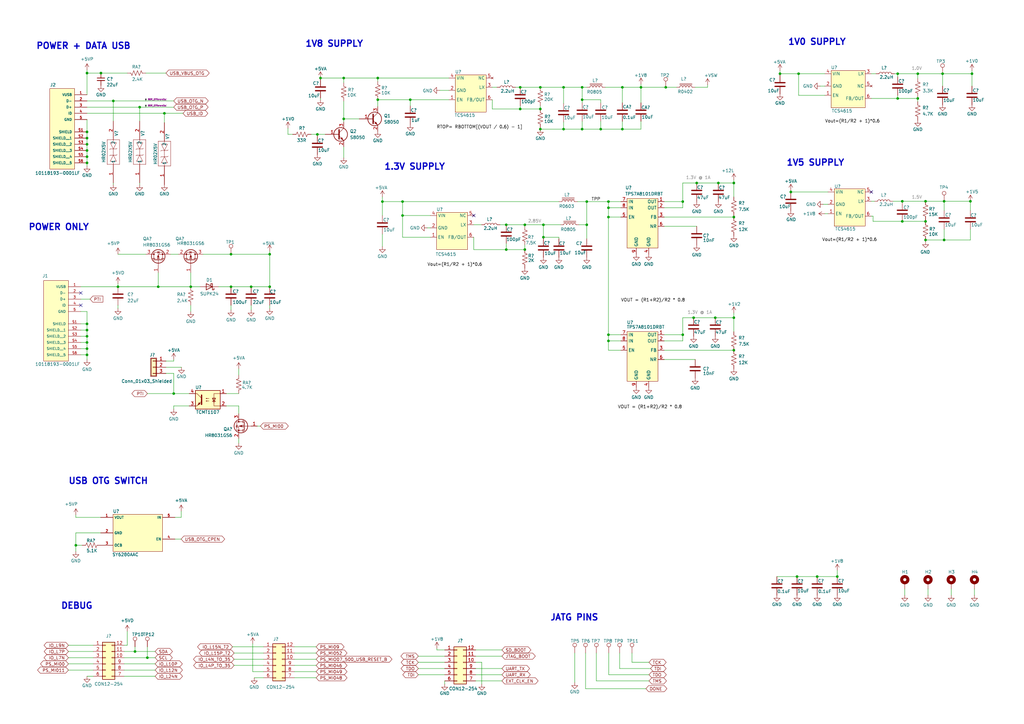
<source format=kicad_sch>
(kicad_sch (version 20230121) (generator eeschema)
  (paper "A3")
  (junction (at 154.94 40.894))
  (junction (at 154.94 32.004))
  (junction (at 35.687 61.722))
  (junction (at 215.265 92.202))
  (junction (at 262.89 35.814))
  (junction (at 387.223 82.55))
  (junction (at 379.603 82.55))
  (junction (at 110.617 104.267))
  (junction (at 300.99 89.027))
  (junction (at 319.913 30.226))
  (junction (at 387.223 98.425))
  (junction (at 238.76 35.814))
  (junction (at 213.36 44.704))
  (junction (at 35.687 59.182))
  (junction (at 368.173 40.386))
  (junction (at 249.555 82.677))
  (junction (at 231.14 35.814))
  (junction (at 35.687 145.542))
  (junction (at 368.173 30.226))
  (junction (at 131.445 32.004))
  (junction (at 249.555 89.027))
  (junction (at 376.428 40.386))
  (junction (at 215.265 102.362))
  (junction (at 165.1 82.677))
  (junction (at 48.387 117.602))
  (junction (at 41.402 29.972))
  (junction (at 240.665 82.677))
  (junction (at 140.97 48.768))
  (junction (at 71.247 161.417))
  (junction (at 35.687 137.922))
  (junction (at 35.687 66.802))
  (junction (at 324.358 78.74))
  (junction (at 221.615 35.814))
  (junction (at 221.615 44.704))
  (junction (at 300.99 75.057))
  (junction (at 370.078 82.55))
  (junction (at 300.99 143.637))
  (junction (at 67.437 46.482))
  (junction (at 31.115 223.647))
  (junction (at 285.75 75.057))
  (junction (at 379.603 90.805))
  (junction (at 55.372 267.208))
  (junction (at 386.588 30.226))
  (junction (at 35.687 56.642))
  (junction (at 60.452 269.748))
  (junction (at 249.555 139.827))
  (junction (at 110.617 117.602))
  (junction (at 222.885 97.282))
  (junction (at 300.99 130.302))
  (junction (at 102.997 117.602))
  (junction (at 46.482 41.402))
  (junction (at 398.653 30.226))
  (junction (at 94.742 104.267))
  (junction (at 35.687 143.002))
  (junction (at 221.615 52.959))
  (junction (at 398.018 82.55))
  (junction (at 379.603 98.425))
  (junction (at 35.687 54.102))
  (junction (at 343.408 236.474))
  (junction (at 222.885 92.202))
  (junction (at 327.533 30.226))
  (junction (at 35.687 64.262))
  (junction (at 284.48 130.302))
  (junction (at 156.845 82.677))
  (junction (at 293.37 130.302))
  (junction (at 249.555 85.217))
  (junction (at 35.687 29.972))
  (junction (at 294.64 75.057))
  (junction (at 130.175 55.118))
  (junction (at 35.687 140.462))
  (junction (at 207.645 92.202))
  (junction (at 94.742 117.602))
  (junction (at 64.897 117.602))
  (junction (at 255.27 35.814))
  (junction (at 246.38 52.959))
  (junction (at 280.035 82.677))
  (junction (at 249.555 137.287))
  (junction (at 168.275 40.894))
  (junction (at 207.645 102.362))
  (junction (at 376.428 30.226))
  (junction (at 35.687 132.842))
  (junction (at 255.27 52.959))
  (junction (at 35.687 135.382))
  (junction (at 238.76 52.959))
  (junction (at 240.665 92.202))
  (junction (at 57.277 43.942))
  (junction (at 140.97 32.004))
  (junction (at 273.05 35.814))
  (junction (at 326.898 236.474))
  (junction (at 280.035 137.287))
  (junction (at 335.153 236.474))
  (junction (at 238.76 40.894))
  (junction (at 165.1 88.392))
  (junction (at 213.36 35.814))
  (junction (at 231.14 52.959))
  (junction (at 78.232 117.602))
  (junction (at 370.078 90.805))
  (no_connect (at 194.31 88.392))
  (no_connect (at 357.378 78.74))
  (no_connect (at 33.147 125.222))
  (no_connect (at 33.147 120.142))
  (wire (pts (xy 272.415 143.637) (xy 300.99 143.637)))
  (wire (pts (xy 290.195 34.798) (xy 290.195 35.814)))
  (wire (pts (xy 130.175 55.118) (xy 133.35 55.118)))
  (wire (pts (xy 319.913 30.226) (xy 319.913 30.861)))
  (wire (pts (xy 165.1 82.677) (xy 165.1 88.392)))
  (wire (pts (xy 33.147 140.462) (xy 35.687 140.462)))
  (wire (pts (xy 35.687 41.402) (xy 46.482 41.402)))
  (wire (pts (xy 231.14 35.814) (xy 238.76 35.814)))
  (wire (pts (xy 41.275 218.567) (xy 31.115 218.567)))
  (wire (pts (xy 213.36 35.814) (xy 221.615 35.814)))
  (wire (pts (xy 33.147 117.602) (xy 48.387 117.602)))
  (wire (pts (xy 50.927 272.288) (xy 63.627 272.288)))
  (wire (pts (xy 240.157 267.843) (xy 240.157 282.448)))
  (wire (pts (xy 266.192 271.653) (xy 259.207 271.653)))
  (wire (pts (xy 368.173 30.226) (xy 376.428 30.226)))
  (wire (pts (xy 255.27 35.814) (xy 255.27 42.164)))
  (wire (pts (xy 371.094 244.094) (xy 371.094 241.554)))
  (wire (pts (xy 249.555 143.637) (xy 254.635 143.637)))
  (wire (pts (xy 248.285 35.814) (xy 255.27 35.814)))
  (wire (pts (xy 235.712 267.843) (xy 235.712 279.908)))
  (wire (pts (xy 249.555 82.677) (xy 249.555 85.217)))
  (wire (pts (xy 94.742 127.127) (xy 94.742 125.222)))
  (wire (pts (xy 249.555 139.827) (xy 249.555 143.637)))
  (wire (pts (xy 222.885 92.202) (xy 229.87 92.202)))
  (wire (pts (xy 154.94 40.894) (xy 168.275 40.894)))
  (wire (pts (xy 78.232 117.602) (xy 78.232 111.887)))
  (wire (pts (xy 35.687 277.368) (xy 38.227 277.368)))
  (wire (pts (xy 71.755 221.107) (xy 74.295 221.107)))
  (wire (pts (xy 376.428 40.386) (xy 376.428 41.656)))
  (wire (pts (xy 222.885 97.917) (xy 222.885 97.282)))
  (wire (pts (xy 335.153 236.474) (xy 343.408 236.474)))
  (wire (pts (xy 272.415 92.837) (xy 285.75 92.837)))
  (wire (pts (xy 52.197 258.953) (xy 52.197 264.668)))
  (wire (pts (xy 92.837 166.497) (xy 97.917 166.497)))
  (wire (pts (xy 266.827 274.193) (xy 254.127 274.193)))
  (wire (pts (xy 262.89 35.814) (xy 262.89 42.164)))
  (wire (pts (xy 238.76 35.814) (xy 238.76 40.894)))
  (wire (pts (xy 236.855 82.677) (xy 240.665 82.677)))
  (wire (pts (xy 357.378 40.386) (xy 368.173 40.386)))
  (wire (pts (xy 221.615 35.814) (xy 231.14 35.814)))
  (wire (pts (xy 246.38 52.959) (xy 238.76 52.959)))
  (wire (pts (xy 324.358 78.105) (xy 324.358 78.74)))
  (wire (pts (xy 140.97 32.004) (xy 154.94 32.004)))
  (wire (pts (xy 231.14 52.959) (xy 238.76 52.959)))
  (wire (pts (xy 194.31 92.202) (xy 197.485 92.202)))
  (wire (pts (xy 120.777 278.003) (xy 129.667 278.003)))
  (wire (pts (xy 171.577 276.733) (xy 182.372 276.733)))
  (wire (pts (xy 379.603 98.425) (xy 387.223 98.425)))
  (wire (pts (xy 366.903 30.226) (xy 368.173 30.226)))
  (wire (pts (xy 156.845 82.677) (xy 156.845 88.392)))
  (wire (pts (xy 171.577 269.113) (xy 182.372 269.113)))
  (wire (pts (xy 194.31 102.362) (xy 194.31 97.282)))
  (wire (pts (xy 171.577 274.193) (xy 182.372 274.193)))
  (wire (pts (xy 78.232 127.762) (xy 78.232 125.222)))
  (wire (pts (xy 57.277 75.692) (xy 57.277 75.057)))
  (wire (pts (xy 376.428 30.226) (xy 376.428 32.131)))
  (wire (pts (xy 33.147 122.682) (xy 36.957 122.682)))
  (wire (pts (xy 127.635 55.118) (xy 130.175 55.118)))
  (wire (pts (xy 284.48 130.302) (xy 293.37 130.302)))
  (wire (pts (xy 238.76 40.894) (xy 238.76 42.164)))
  (wire (pts (xy 46.482 75.692) (xy 46.482 75.057)))
  (wire (pts (xy 140.97 60.198) (xy 140.97 64.643)))
  (wire (pts (xy 95.377 265.303) (xy 108.077 265.303)))
  (wire (pts (xy 273.05 35.814) (xy 277.495 35.814)))
  (wire (pts (xy 379.603 90.805) (xy 379.603 90.17)))
  (wire (pts (xy 249.555 85.217) (xy 254.635 85.217)))
  (wire (pts (xy 370.078 82.55) (xy 379.603 82.55)))
  (wire (pts (xy 103.632 264.033) (xy 103.632 275.463)))
  (wire (pts (xy 300.99 80.772) (xy 300.99 75.057)))
  (wire (pts (xy 213.36 44.704) (xy 213.36 43.434)))
  (wire (pts (xy 343.408 236.474) (xy 343.408 233.934)))
  (wire (pts (xy 386.588 30.226) (xy 398.653 30.226)))
  (wire (pts (xy 221.615 52.959) (xy 221.615 52.324)))
  (wire (pts (xy 357.378 30.226) (xy 359.283 30.226)))
  (wire (pts (xy 71.247 166.497) (xy 77.597 166.497)))
  (wire (pts (xy 285.75 75.057) (xy 294.64 75.057)))
  (wire (pts (xy 272.415 89.027) (xy 300.99 89.027)))
  (wire (pts (xy 97.917 151.257) (xy 97.917 153.797)))
  (wire (pts (xy 358.0777 88.646) (xy 358.0777 90.805)))
  (wire (pts (xy 249.555 139.827) (xy 254.635 139.827)))
  (wire (pts (xy 31.115 226.187) (xy 31.115 223.647)))
  (wire (pts (xy 78.232 117.602) (xy 82.042 117.602)))
  (wire (pts (xy 140.97 48.768) (xy 147.32 48.768)))
  (wire (pts (xy 201.93 35.814) (xy 203.835 35.814)))
  (wire (pts (xy 97.917 161.417) (xy 92.837 161.417)))
  (wire (pts (xy 215.265 92.202) (xy 222.885 92.202)))
  (wire (pts (xy 154.94 32.004) (xy 184.15 32.004)))
  (wire (pts (xy 201.93 44.704) (xy 201.93 40.894)))
  (wire (pts (xy 171.577 271.653) (xy 182.372 271.653)))
  (wire (pts (xy 238.76 40.894) (xy 246.38 40.894)))
  (wire (pts (xy 154.94 40.894) (xy 154.94 43.688)))
  (wire (pts (xy 83.312 104.267) (xy 94.742 104.267)))
  (wire (pts (xy 33.147 135.382) (xy 35.687 135.382)))
  (wire (pts (xy 249.555 89.027) (xy 254.635 89.027)))
  (wire (pts (xy 35.687 143.002) (xy 35.687 145.542)))
  (wire (pts (xy 370.078 82.55) (xy 370.078 83.185)))
  (wire (pts (xy 376.428 40.386) (xy 368.173 40.386)))
  (wire (pts (xy 398.018 93.98) (xy 398.018 98.425)))
  (wire (pts (xy 165.1 97.282) (xy 176.53 97.282)))
  (wire (pts (xy 168.275 40.894) (xy 168.275 43.434)))
  (wire (pts (xy 41.402 29.972) (xy 52.197 29.972)))
  (wire (pts (xy 35.687 140.462) (xy 35.687 143.002)))
  (wire (pts (xy 131.445 32.004) (xy 131.445 32.639)))
  (wire (pts (xy 207.645 92.202) (xy 215.265 92.202)))
  (wire (pts (xy 195.072 279.273) (xy 205.867 279.273)))
  (wire (pts (xy 390.144 244.094) (xy 390.144 241.554)))
  (wire (pts (xy 118.11 55.118) (xy 118.11 52.578)))
  (wire (pts (xy 97.917 181.737) (xy 97.917 179.832)))
  (wire (pts (xy 221.615 52.959) (xy 231.14 52.959)))
  (wire (pts (xy 244.602 267.843) (xy 244.602 279.273)))
  (wire (pts (xy 110.617 104.267) (xy 110.617 117.602)))
  (wire (pts (xy 215.265 92.202) (xy 215.265 92.837)))
  (wire (pts (xy 35.687 59.182) (xy 35.687 61.722)))
  (wire (pts (xy 55.372 265.303) (xy 55.372 267.208)))
  (wire (pts (xy 35.687 28.702) (xy 35.687 29.972)))
  (wire (pts (xy 35.687 68.072) (xy 35.687 66.802)))
  (wire (pts (xy 35.687 46.482) (xy 67.437 46.482)))
  (wire (pts (xy 64.897 117.602) (xy 64.897 111.887)))
  (wire (pts (xy 318.643 236.474) (xy 326.898 236.474)))
  (wire (pts (xy 60.452 269.748) (xy 63.627 269.748)))
  (wire (pts (xy 398.653 30.226) (xy 398.653 35.306)))
  (wire (pts (xy 35.687 137.922) (xy 35.687 140.462)))
  (wire (pts (xy 240.665 82.677) (xy 249.555 82.677)))
  (wire (pts (xy 71.247 147.447) (xy 71.247 148.082)))
  (wire (pts (xy 237.49 92.202) (xy 240.665 92.202)))
  (wire (pts (xy 33.147 145.542) (xy 35.687 145.542)))
  (wire (pts (xy 33.147 132.842) (xy 35.687 132.842)))
  (wire (pts (xy 221.615 43.434) (xy 221.615 44.704)))
  (wire (pts (xy 211.455 35.814) (xy 213.36 35.814)))
  (wire (pts (xy 96.012 267.843) (xy 108.077 267.843)))
  (wire (pts (xy 398.018 82.55) (xy 398.018 86.36)))
  (wire (pts (xy 246.38 49.784) (xy 246.38 52.959)))
  (wire (pts (xy 165.1 82.677) (xy 229.235 82.677)))
  (wire (pts (xy 300.99 88.392) (xy 300.99 89.027)))
  (wire (pts (xy 33.147 143.002) (xy 35.687 143.002)))
  (wire (pts (xy 96.012 270.383) (xy 108.077 270.383)))
  (wire (pts (xy 33.147 137.922) (xy 35.687 137.922)))
  (wire (pts (xy 319.913 28.956) (xy 319.913 30.226)))
  (wire (pts (xy 120.777 267.843) (xy 129.667 267.843)))
  (wire (pts (xy 240.157 282.448) (xy 264.922 282.448)))
  (wire (pts (xy 67.437 46.482) (xy 67.437 50.292)))
  (wire (pts (xy 50.927 277.368) (xy 63.627 277.368)))
  (wire (pts (xy 280.035 130.302) (xy 284.48 130.302)))
  (wire (pts (xy 46.482 41.402) (xy 46.482 49.657)))
  (wire (pts (xy 35.687 38.862) (xy 35.687 29.972)))
  (wire (pts (xy 31.115 223.647) (xy 33.655 223.647)))
  (wire (pts (xy 106.807 174.752) (xy 105.537 174.752)))
  (wire (pts (xy 272.415 82.677) (xy 280.035 82.677)))
  (wire (pts (xy 194.31 102.362) (xy 207.645 102.362)))
  (wire (pts (xy 300.99 130.302) (xy 293.37 130.302)))
  (wire (pts (xy 50.927 267.208) (xy 55.372 267.208)))
  (wire (pts (xy 35.687 135.382) (xy 35.687 137.922)))
  (wire (pts (xy 71.247 148.082) (xy 68.072 148.082)))
  (wire (pts (xy 33.147 127.762) (xy 35.687 127.762)))
  (wire (pts (xy 324.358 78.74) (xy 339.598 78.74)))
  (wire (pts (xy 300.99 130.302) (xy 300.99 136.017)))
  (wire (pts (xy 398.653 28.956) (xy 398.653 30.226)))
  (wire (pts (xy 28.067 269.748) (xy 38.227 269.748)))
  (wire (pts (xy 376.428 30.226) (xy 386.588 30.226)))
  (wire (pts (xy 238.76 35.814) (xy 240.665 35.814)))
  (wire (pts (xy 77.597 161.417) (xy 71.247 161.417)))
  (wire (pts (xy 262.89 34.544) (xy 262.89 35.814)))
  (wire (pts (xy 300.99 73.787) (xy 300.99 75.057)))
  (wire (pts (xy 94.742 117.602) (xy 102.997 117.602)))
  (wire (pts (xy 71.247 161.417) (xy 60.452 161.417)))
  (wire (pts (xy 368.173 30.226) (xy 368.173 31.496)))
  (wire (pts (xy 231.14 35.814) (xy 231.14 42.418)))
  (wire (pts (xy 222.885 92.202) (xy 222.885 97.282)))
  (wire (pts (xy 280.035 85.217) (xy 280.035 82.677)))
  (wire (pts (xy 222.885 97.282) (xy 229.235 97.282)))
  (wire (pts (xy 215.265 100.457) (xy 215.265 102.362)))
  (wire (pts (xy 110.617 104.267) (xy 94.742 104.267)))
  (wire (pts (xy 280.035 82.677) (xy 280.035 75.057)))
  (wire (pts (xy 195.072 274.193) (xy 205.867 274.193)))
  (wire (pts (xy 71.755 212.217) (xy 74.295 212.217)))
  (wire (pts (xy 89.662 117.602) (xy 94.742 117.602)))
  (wire (pts (xy 35.687 61.722) (xy 35.687 64.262)))
  (wire (pts (xy 35.687 145.542) (xy 35.687 147.447)))
  (wire (pts (xy 28.067 264.668) (xy 38.227 264.668)))
  (wire (pts (xy 28.067 267.208) (xy 38.227 267.208)))
  (wire (pts (xy 140.97 41.529) (xy 140.97 48.768)))
  (wire (pts (xy 280.035 130.302) (xy 280.035 137.287)))
  (wire (pts (xy 386.588 30.226) (xy 386.588 35.306)))
  (wire (pts (xy 64.897 117.602) (xy 78.232 117.602)))
  (wire (pts (xy 266.192 279.273) (xy 244.602 279.273)))
  (wire (pts (xy 337.693 83.82) (xy 339.598 83.82)))
  (wire (pts (xy 156.845 80.772) (xy 156.845 82.677)))
  (wire (pts (xy 57.277 43.942) (xy 57.277 49.657)))
  (wire (pts (xy 179.197 266.573) (xy 182.372 266.573)))
  (wire (pts (xy 180.34 37.084) (xy 184.15 37.084)))
  (wire (pts (xy 103.632 275.463) (xy 108.077 275.463)))
  (wire (pts (xy 28.067 274.828) (xy 38.227 274.828)))
  (wire (pts (xy 368.173 39.116) (xy 368.173 40.386)))
  (wire (pts (xy 387.223 82.55) (xy 398.018 82.55)))
  (wire (pts (xy 300.99 128.397) (xy 300.99 130.302)))
  (wire (pts (xy 327.533 30.226) (xy 327.533 39.116)))
  (wire (pts (xy 48.387 117.602) (xy 64.897 117.602)))
  (wire (pts (xy 272.415 137.287) (xy 280.035 137.287)))
  (wire (pts (xy 319.913 30.226) (xy 327.533 30.226)))
  (wire (pts (xy 31.115 218.567) (xy 31.115 223.647)))
  (wire (pts (xy 165.1 88.392) (xy 176.53 88.392)))
  (wire (pts (xy 182.372 280.543) (xy 182.372 279.273)))
  (wire (pts (xy 52.197 264.668) (xy 50.927 264.668)))
  (wire (pts (xy 31.115 212.217) (xy 31.115 211.201)))
  (wire (pts (xy 249.555 85.217) (xy 249.555 89.027)))
  (wire (pts (xy 96.012 272.923) (xy 108.077 272.923)))
  (wire (pts (xy 71.247 153.162) (xy 71.247 161.417)))
  (wire (pts (xy 207.645 99.822) (xy 207.645 102.362)))
  (wire (pts (xy 165.1 88.392) (xy 165.1 97.282)))
  (wire (pts (xy 154.94 32.004) (xy 154.94 33.274)))
  (wire (pts (xy 300.99 75.057) (xy 294.64 75.057)))
  (wire (pts (xy 249.555 137.287) (xy 249.555 139.827)))
  (wire (pts (xy 104.267 278.003) (xy 108.077 278.003)))
  (wire (pts (xy 272.415 139.827) (xy 280.035 139.827)))
  (wire (pts (xy 387.223 82.55) (xy 387.223 86.36)))
  (wire (pts (xy 249.682 267.843) (xy 249.682 276.733)))
  (wire (pts (xy 68.072 29.972) (xy 59.817 29.972)))
  (wire (pts (xy 249.555 89.027) (xy 249.555 137.287)))
  (wire (pts (xy 327.533 30.226) (xy 338.328 30.226)))
  (wire (pts (xy 35.687 49.022) (xy 35.687 54.102)))
  (wire (pts (xy 48.387 104.267) (xy 59.817 104.267)))
  (wire (pts (xy 168.275 40.894) (xy 184.15 40.894)))
  (wire (pts (xy 55.372 267.208) (xy 63.627 267.208)))
  (wire (pts (xy 327.533 39.116) (xy 338.328 39.116)))
  (wire (pts (xy 60.452 265.303) (xy 60.452 269.748)))
  (wire (pts (xy 35.687 54.102) (xy 35.687 56.642)))
  (wire (pts (xy 197.612 280.543) (xy 197.612 271.653)))
  (wire (pts (xy 57.277 43.942) (xy 71.247 43.942)))
  (wire (pts (xy 67.437 46.482) (xy 75.057 46.482)))
  (wire (pts (xy 97.917 166.497) (xy 97.917 169.672)))
  (wire (pts (xy 120.777 265.303) (xy 129.667 265.303)))
  (wire (pts (xy 69.977 104.267) (xy 73.152 104.267)))
  (wire (pts (xy 240.665 97.917) (xy 240.665 92.202)))
  (wire (pts (xy 280.035 75.057) (xy 285.75 75.057)))
  (wire (pts (xy 255.27 49.784) (xy 255.27 52.959)))
  (wire (pts (xy 35.687 127.762) (xy 35.687 132.842)))
  (wire (pts (xy 358.0777 90.805) (xy 370.078 90.805)))
  (wire (pts (xy 35.687 43.942) (xy 57.277 43.942)))
  (wire (pts (xy 48.387 116.332) (xy 48.387 117.602)))
  (wire (pts (xy 71.247 153.162) (xy 68.072 153.162)))
  (wire (pts (xy 399.669 244.094) (xy 399.669 241.554)))
  (wire (pts (xy 71.247 167.767) (xy 71.247 166.497)))
  (wire (pts (xy 50.927 274.828) (xy 63.627 274.828)))
  (wire (pts (xy 366.268 82.55) (xy 370.078 82.55)))
  (wire (pts (xy 231.14 50.038) (xy 231.14 52.959)))
  (wire (pts (xy 338.328 87.63) (xy 339.598 87.63)))
  (wire (pts (xy 280.035 137.287) (xy 280.035 139.827)))
  (wire (pts (xy 205.105 92.202) (xy 207.645 92.202)))
  (wire (pts (xy 379.603 98.425) (xy 379.603 99.06)))
  (wire (pts (xy 290.195 35.814) (xy 285.115 35.814)))
  (wire (pts (xy 370.078 90.805) (xy 379.603 90.805)))
  (wire (pts (xy 195.072 269.113) (xy 205.867 269.113)))
  (wire (pts (xy 35.687 64.262) (xy 35.687 66.802)))
  (wire (pts (xy 338.328 35.306) (xy 336.423 35.306)))
  (wire (pts (xy 379.603 82.55) (xy 387.223 82.55)))
  (wire (pts (xy 254.127 274.193) (xy 254.127 267.843)))
  (wire (pts (xy 102.997 127.127) (xy 102.997 125.222)))
  (wire (pts (xy 131.445 32.004) (xy 140.97 32.004)))
  (wire (pts (xy 207.645 102.362) (xy 215.265 102.362)))
  (wire (pts (xy 201.93 44.704) (xy 213.36 44.704)))
  (wire (pts (xy 50.927 269.748) (xy 60.452 269.748)))
  (wire (pts (xy 357.378 82.55) (xy 358.648 82.55)))
  (wire (pts (xy 35.687 29.972) (xy 41.402 29.972)))
  (wire (pts (xy 131.445 40.259) (xy 131.445 40.894)))
  (wire (pts (xy 326.898 236.474) (xy 335.153 236.474)))
  (wire (pts (xy 213.36 44.704) (xy 221.615 44.704)))
  (wire (pts (xy 240.665 82.677) (xy 240.665 92.202)))
  (wire (pts (xy 118.11 55.118) (xy 120.015 55.118)))
  (wire (pts (xy 68.072 150.622) (xy 74.422 150.622)))
  (wire (pts (xy 110.617 125.222) (xy 110.617 126.492)))
  (wire (pts (xy 130.175 55.118) (xy 130.175 55.753)))
  (wire (pts (xy 272.415 85.217) (xy 280.035 85.217)))
  (wire (pts (xy 48.387 126.492) (xy 48.387 125.222)))
  (wire (pts (xy 28.067 272.288) (xy 38.227 272.288)))
  (wire (pts (xy 272.415 147.447) (xy 285.115 147.447)))
  (wire (pts (xy 102.997 117.602) (xy 110.617 117.602)))
  (wire (pts (xy 120.777 275.463) (xy 129.667 275.463)))
  (wire (pts (xy 249.555 137.287) (xy 254.635 137.287)))
  (wire (pts (xy 120.777 270.383) (xy 129.667 270.383)))
  (wire (pts (xy 262.89 49.784) (xy 262.89 52.959)))
  (wire (pts (xy 197.612 271.653) (xy 195.072 271.653)))
  (wire (pts (xy 246.38 40.894) (xy 246.38 42.164)))
  (wire (pts (xy 156.845 101.092) (xy 156.845 96.012)))
  (wire (pts (xy 229.235 97.282) (xy 229.235 97.917)))
  (wire (pts (xy 238.76 49.784) (xy 238.76 52.959)))
  (wire (pts (xy 35.687 56.642) (xy 35.687 59.182)))
  (wire (pts (xy 195.072 276.733) (xy 205.867 276.733)))
  (wire (pts (xy 249.555 82.677) (xy 254.635 82.677)))
  (wire (pts (xy 35.687 132.842) (xy 35.687 135.382)))
  (wire (pts (xy 140.97 32.004) (xy 140.97 33.909)))
  (wire (pts (xy 195.072 266.573) (xy 205.867 266.573)))
  (wire (pts (xy 120.777 272.923) (xy 129.667 272.923)))
  (wire (pts (xy 259.207 267.843) (xy 259.207 271.653)))
  (wire (pts (xy 175.26 93.472) (xy 176.53 93.472)))
  (wire (pts (xy 46.482 41.402) (xy 71.247 41.402)))
  (wire (pts (xy 380.619 244.094) (xy 380.619 241.554)))
  (wire (pts (xy 376.428 39.751) (xy 376.428 40.386)))
  (wire (pts (xy 357.378 88.646) (xy 358.0777 88.646)))
  (wire (pts (xy 41.275 212.217) (xy 31.115 212.217)))
  (wire (pts (xy 266.192 276.733) (xy 249.682 276.733)))
  (wire (pts (xy 156.845 82.677) (xy 165.1 82.677)))
  (wire (pts (xy 246.38 52.959) (xy 255.27 52.959)))
  (wire (pts (xy 74.295 209.677) (xy 74.295 212.217)))
  (wire (pts (xy 179.197 265.938) (xy 179.197 266.573)))
  (wire (pts (xy 387.223 93.98) (xy 387.223 98.425)))
  (wire (pts (xy 110.617 102.997) (xy 110.617 104.267)))
  (wire (pts (xy 398.018 98.425) (xy 387.223 98.425)))
  (wire (pts (xy 255.27 35.814) (xy 262.89 35.814)))
  (wire (pts (xy 262.89 35.814) (xy 273.05 35.814)))
  (wire (pts (xy 262.89 52.959) (xy 255.27 52.959)))
  (wire (pts (xy 140.97 48.768) (xy 140.97 50.038)))
  (text "1.3V @ 1A\n" (at 281.94 129.032 0) (effects (font (size 1.27 1.27)) (justify left bottom)))
  (text "POWER + DATA USB" (at 14.732 20.447 0) (effects (font (size 2.54 2.54) bold) (justify left bottom)))
  (text "RTOP= RBOTTOM[(VOUT / 0.6) - 1]" (at 179.07 52.959 0) (effects (font (size 1.27 1.27)) (justify left bottom)))
  (text "POWER ONLY" (at 11.557 94.742 0) (effects (font (size 2.54 2.54) bold) (justify left bottom)))
  (text "1V0 SUPPLY" (at 323.088 18.796 0) (effects (font (size 2.54 2.54) (thickness 0.508) bold) (justify left bottom)))
  (text "DEBUG\n" (at 24.892 250.063 0) (effects (font (size 2.54 2.54) (thickness 0.508) bold) (justify left bottom)))
  (text "1.0V\n" (at 373.888 28.956 0) (effects (font (size 1.27 1.27)) (justify left bottom)))
  (text "1.3V @ 1A\n" (at 281.305 73.787 0) (effects (font (size 1.27 1.27)) (justify left bottom)))
  (text "JATG PINS\n " (at 225.552 258.953 0) (effects (font (size 2.54 2.54) (thickness 0.508) bold) (justify left bottom)))
  (text "Vout=(R1/R2 + 1)*0.6\n" (at 338.328 50.546 0) (effects (font (size 1.27 1.27)) (justify left bottom)))
  (text "2.85V\n" (at 216.535 91.567 0) (effects (font (size 1.27 1.27)) (justify left bottom)))
  (text "1V8 SUPPLY" (at 125.095 19.558 0) (effects (font (size 2.54 2.54) (thickness 0.508) bold) (justify left bottom)))
  (text "1.3V SUPPLY" (at 157.48 69.977 0) (effects (font (size 2.54 2.54) (thickness 0.508) bold) (justify left bottom)))
  (text "VOUT = (R1+R2)/R2 * 0.8\n" (at 254.635 123.952 0) (effects (font (size 1.27 1.27)) (justify left bottom)))
  (text "Vout=(R1/R2 + 1)*0.6\n" (at 175.26 109.347 0) (effects (font (size 1.27 1.27)) (justify left bottom)))
  (text "Vout=(R1/R2 + 1)*0.6\n" (at 337.1457 99.1732 0) (effects (font (size 1.27 1.27)) (justify left bottom)))
  (text "USB OTG SWITCH" (at 27.94 198.882 0) (effects (font (size 2.54 2.54) (thickness 0.508) bold) (justify left bottom)))
  (text "1V5 SUPPLY" (at 322.453 68.326 0) (effects (font (size 2.54 2.54) (thickness 0.508) bold) (justify left bottom)))
  (text "VOUT = (R1+R2)/R2 * 0.8\n" (at 253.365 167.767 0) (effects (font (size 1.27 1.27)) (justify left bottom)))
  (text "1.5V\n" (at 373.9314 81.7865 0) (effects (font (size 1.27 1.27)) (justify left bottom)))
  (label "TPP" (at 242.57 82.677 0))
  (global_label "PS_MI00" (shape bidirectional) (at 28.067 272.288 180) (property "Intersheetrefs" "${INTERSHEET_REFS}" (effects hide)))
  (global_label "TDO" (shape bidirectional) (at 171.577 274.193 180) (property "Intersheetrefs" "${INTERSHEET_REFS}" (effects hide)))
  (global_label "TDI" (shape bidirectional) (at 266.827 274.193 0) (property "Intersheetrefs" "${INTERSHEET_REFS}" (effects hide)))
  (global_label "USB_OTG_CPEN" (shape bidirectional) (at 74.295 221.107 0) (property "Intersheetrefs" "${INTERSHEET_REFS}" (effects hide)))
  (global_label "PS_MI049" (shape bidirectional) (at 129.667 275.463 0) (property "Intersheetrefs" "${INTERSHEET_REFS}" (effects hide)))
  (global_label "USB_VBUS_OTG" (shape bidirectional) (at 68.072 29.972 0) (property "Intersheetrefs" "${INTERSHEET_REFS}" (effects hide)))
  (global_label "IO_L7P" (shape bidirectional) (at 28.067 267.208 180) (property "Intersheetrefs" "${INTERSHEET_REFS}" (effects hide)))
  (global_label "SDA" (shape bidirectional) (at 63.627 267.208 0) (property "Intersheetrefs" "${INTERSHEET_REFS}" (effects hide)))
  (global_label "TMS" (shape bidirectional) (at 266.192 279.273 0) (property "Intersheetrefs" "${INTERSHEET_REFS}" (effects hide)))
  (global_label "IO_L4N_TO_35" (shape bidirectional) (at 96.012 270.383 180) (property "Intersheetrefs" "${INTERSHEET_REFS}" (effects hide)))
  (global_label "IO_L12N" (shape bidirectional) (at 63.627 274.828 0) (property "Intersheetrefs" "${INTERSHEET_REFS}" (effects hide)))
  (global_label "IO_L10P" (shape bidirectional) (at 63.627 272.288 0) (property "Intersheetrefs" "${INTERSHEET_REFS}" (effects hide)))
  (global_label "PS_MIO07_500_USB_RESET_B" (shape bidirectional) (at 129.667 270.383 0) (property "Intersheetrefs" "${INTERSHEET_REFS}" (effects hide)))
  (global_label "DONE" (shape bidirectional) (at 264.922 282.448 0) (property "Intersheetrefs" "${INTERSHEET_REFS}" (effects hide)))
  (global_label "PS_MI011" (shape bidirectional) (at 28.067 274.828 180) (property "Intersheetrefs" "${INTERSHEET_REFS}" (effects hide)))
  (global_label "USB_OTG_P" (shape bidirectional) (at 71.247 43.942 0) (property "Intersheetrefs" "${INTERSHEET_REFS}" (effects hide)))
  (global_label "USB_OTG_N" (shape bidirectional) (at 71.247 41.402 0) (property "Intersheetrefs" "${INTERSHEET_REFS}" (effects hide)))
  (global_label "IO_L4P_TO_35" (shape bidirectional) (at 96.012 272.923 180) (property "Intersheetrefs" "${INTERSHEET_REFS}" (effects hide)))
  (global_label "PTI" (shape bidirectional) (at 60.452 161.417 180) (property "Intersheetrefs" "${INTERSHEET_REFS}" (effects hide)))
  (global_label "IO_L9N" (shape bidirectional) (at 28.067 264.668 180) (property "Intersheetrefs" "${INTERSHEET_REFS}" (effects hide)))
  (global_label "EXT_CLK_EN" (shape bidirectional) (at 205.867 279.273 0) (property "Intersheetrefs" "${INTERSHEET_REFS}" (effects hide)))
  (global_label "UART_TX" (shape bidirectional) (at 205.867 274.193 0) (property "Intersheetrefs" "${INTERSHEET_REFS}" (effects hide)))
  (global_label "PS_MI048" (shape bidirectional) (at 129.667 278.003 0) (property "Intersheetrefs" "${INTERSHEET_REFS}" (effects hide)))
  (global_label "IO_L15P_T2" (shape bidirectional) (at 96.012 267.843 180) (property "Intersheetrefs" "${INTERSHEET_REFS}" (effects hide)))
  (global_label "PS_MI00" (shape bidirectional) (at 106.807 174.752 0) (property "Intersheetrefs" "${INTERSHEET_REFS}" (effects hide)))
  (global_label "TDI" (shape bidirectional) (at 171.577 276.733 180) (property "Intersheetrefs" "${INTERSHEET_REFS}" (effects hide)))
  (global_label "USB_ID" (shape bidirectional) (at 75.057 46.482 0) (property "Intersheetrefs" "${INTERSHEET_REFS}" (effects hide)))
  (global_label "SCL" (shape bidirectional) (at 63.627 269.748 0) (property "Intersheetrefs" "${INTERSHEET_REFS}" (effects hide)))
  (global_label "PTI" (shape input) (at 36.957 122.682 0) (property "Intersheetrefs" "${INTERSHEET_REFS}" (effects hide)))
  (global_label "TMS" (shape bidirectional) (at 171.577 269.113 180) (property "Intersheetrefs" "${INTERSHEET_REFS}" (effects hide)))
  (global_label "JTAG_BOOT" (shape bidirectional) (at 205.867 269.113 0) (property "Intersheetrefs" "${INTERSHEET_REFS}" (effects hide)))
  (global_label "IO_L24N" (shape bidirectional) (at 63.627 277.368 0) (property "Intersheetrefs" "${INTERSHEET_REFS}" (effects hide)))
  (global_label "UART_RX" (shape bidirectional) (at 205.867 276.733 0) (property "Intersheetrefs" "${INTERSHEET_REFS}" (effects hide)))
  (global_label "SD_BOOT" (shape bidirectional) (at 205.867 266.573 0) (property "Intersheetrefs" "${INTERSHEET_REFS}" (effects hide)))
  (global_label "TCK" (shape bidirectional) (at 171.577 271.653 180) (property "Intersheetrefs" "${INTERSHEET_REFS}" (effects hide)))
  (global_label "PS_MI09" (shape bidirectional) (at 129.667 265.303 0) (property "Intersheetrefs" "${INTERSHEET_REFS}" (effects hide)))
  (global_label "TDO" (shape bidirectional) (at 266.192 276.733 0) (property "Intersheetrefs" "${INTERSHEET_REFS}" (effects hide)))
  (global_label "IO_L15N_T2" (shape bidirectional) (at 95.377 265.303 180) (property "Intersheetrefs" "${INTERSHEET_REFS}" (effects hide)))
  (global_label "PS_MI052" (shape bidirectional) (at 129.667 267.843 0) (property "Intersheetrefs" "${INTERSHEET_REFS}" (effects hide)))
  (global_label "PS_MI046" (shape bidirectional) (at 129.667 272.923 0) (property "Intersheetrefs" "${INTERSHEET_REFS}" (effects hide)))
  (global_label "TCK" (shape bidirectional) (at 266.192 271.653 0) (property "Intersheetrefs" "${INTERSHEET_REFS}" (effects hide)))
  (global_label "IO_L7N" (shape bidirectional) (at 28.067 269.748 180) (property "Intersheetrefs" "${INTERSHEET_REFS}" (effects hide)))
  (netclass_flag "" (length 0.635) (shape dot) (at 59.817 43.942 0) (property "Netclass" "90R_Differential" (at 60.5155 43.307 0) (effects (font (size 0.635 0.635) italic) (justify left))))
  (netclass_flag "" (length 0.635) (shape dot) (at 59.817 41.402 0) (property "Netclass" "90R_Differential" (at 60.5155 40.767 0) (effects (font (size 0.635 0.635) italic) (justify left))))
  (symbol (lib_id "Device:C") (at 343.408 240.284 0) (unit 1)
    (property "Reference" "C?" (at 343.662 238.252 0) (effects (justify left)))
    (property "Value" "10uF" (at 343.662 242.316 0) (effects (justify left)))
    (property "Footprint" "Capacitor_SMD:C_0603_1608Metric_Pad1.08x0.95mm_HandSolder" (effects hide))
    (instances (project "IO-SDR_Rev_1.0" (path "" (reference "C?") (unit 1)) (path "" (reference "C25") (unit 1))))
  )
  (symbol (lib_id "Device:C") (at 398.018 90.17 0) (unit 1)
    (property "Reference" "C?" (at 398.018 88.265 0) (effects (justify left)))
    (property "Value" "10uF" (at 398.272 92.202 0) (effects (justify left)))
    (property "Footprint" "Capacitor_SMD:C_0603_1608Metric_Pad1.08x0.95mm_HandSolder" (effects hide))
    (instances (project "IO-SDR_Rev_1.0" (path "" (reference "C?") (unit 1)) (path "" (reference "C34") (unit 1))))
  )
  (symbol (lib_name "GND_1") (lib_id "power:GND") (at 284.48 137.922 0) (unit 1)
    (property "Reference" "#PWR?" (effects hide))
    (property "Value" "GND" (at 284.48 141.986 0))
    (instances (project "IO-SDR_Rev_1.0" (path "" (reference "#PWR?") (unit 1)) (path "" (reference "#PWR047") (unit 1))))
  )
  (symbol (lib_name "GND_1") (lib_id "power:GND") (at 379.603 99.06 0) (unit 1)
    (property "Reference" "#PWR?" (effects hide))
    (property "Value" "GND" (at 379.476 103.378 0))
    (instances (project "IO-SDR_Rev_1.0" (path "" (reference "#PWR?") (unit 1)) (path "" (reference "#PWR073") (unit 1))))
  )
  (symbol (lib_id "10118193-0001LF:10118193-0001LF") (at 22.987 125.222 0) (mirror y) (unit 1)
    (property "Reference" "J1" (at 18.542 113.157 0))
    (property "Value" "10118193-0001LF" (at 23.622 149.352 0))
    (property "Footprint" "Libraries:AMPHENOL_10118193-0001LF" (effects hide))
    (property "PARTREV" "E" (effects hide))
    (property "MANUFACTURER" "Amphenol FCI" (effects hide))
    (property "MAXIMUM_PACKAGE_HEIGHT" "2.55 mm" (effects hide))
    (property "STANDARD" "Manufacturer Recommendations" (effects hide))
  )
  (symbol (lib_id "Device:R_US") (at 376.428 45.466 0) (unit 1)
    (property "Reference" "R?" (at 378.333 44.196 0) (effects (justify left)))
    (property "Value" "4.7K" (at 378.333 46.736 0) (effects (justify left)))
    (property "Footprint" "Resistor_SMD:R_0402_1005Metric_Pad0.72x0.64mm_HandSolder" (effects hide))
    (instances (project "IO-SDR_Rev_1.0" (path "" (reference "R?") (unit 1)) (path "" (reference "R13") (unit 1))))
  )
  (symbol (lib_id "Connector_Generic:Conn_02x06_Counter_Clockwise") (at 187.452 271.653 0) (unit 1)
    (property "Reference" "J?" (at 188.722 262.763 0))
    (property "Value" "CON12-254" (at 189.992 282.448 0))
    (property "Footprint" "Connector_PinHeader_2.54mm:PinHeader_2x06_P2.54mm_Vertical" (effects hide))
    (instances (project "IO-SDR_Rev_1.0" (path "" (reference "J?") (unit 1)) (path "" (reference "J5") (unit 1))))
  )
  (symbol (lib_id "Device:L_Iron") (at 233.045 82.677 90) (unit 1)
    (property "Reference" "L?" (at 232.537 79.883 90))
    (property "Value" "R0603" (at 232.41 84.582 90))
    (property "Footprint" "Inductor_SMD:L_0603_1608Metric_Pad1.05x0.95mm_HandSolder" (effects hide))
    (instances (project "IO-SDR_Rev_1.0" (path "" (reference "L?") (unit 1)) (path "" (reference "L2") (unit 1))))
  )
  (symbol (lib_name "GND_1") (lib_id "power:GND") (at 140.97 64.643 0) (unit 1)
    (property "Reference" "#PWR?" (effects hide))
    (property "Value" "GND" (at 140.97 68.453 0))
    (instances (project "IO-SDR_Rev_1.0" (path "" (reference "#PWR?") (unit 1)) (path "" (reference "#PWR029") (unit 1))))
  )
  (symbol (lib_id "Device:L_Iron") (at 233.68 92.202 90) (unit 1)
    (property "Reference" "L?" (at 233.172 89.535 90))
    (property "Value" "R0805" (at 233.045 94.107 90))
    (property "Footprint" "Inductor_SMD:L_0805_2012Metric_Pad1.05x1.20mm_HandSolder" (effects hide))
    (instances (project "IO-SDR_Rev_1.0" (path "" (reference "L?") (unit 1)) (path "" (reference "L3") (unit 1))))
  )
  (symbol (lib_id "power:+5VP") (at 48.387 104.267 0) (unit 1)
    (property "Reference" "#PWR03" (effects hide))
    (property "Value" "VIN_5V_USB_DATA" (at 46.482 99.822 0))
  )
  (symbol (lib_name "SOT23_MOSFET_1") (lib_id "PLUTOX_SDR SCH LIB 2:SOT23_MOSFET") (at 97.917 174.752 90) (mirror x) (unit 1)
    (property "Reference" "QA?" (at 93.472 176.022 90))
    (property "Value" "HR8031GS6" (at 89.662 178.562 90))
    (property "Footprint" "Libraries:HR8031GS6" (effects hide))
    (instances (project "IO-SDR_Rev_1.0" (path "" (reference "QA?") (unit 1)) (path "" (reference "QA3") (unit 1))))
  )
  (symbol (lib_id "Device:R_US") (at 379.603 86.36 0) (unit 1)
    (property "Reference" "R?" (at 380.9321 85.7128 0) (effects (justify left)))
    (property "Value" "15K" (at 380.8242 87.9132 0) (effects (justify left)))
    (property "Footprint" "Resistor_SMD:R_0402_1005Metric_Pad0.72x0.64mm_HandSolder" (effects hide))
    (instances (project "IO-SDR_Rev_1.0" (path "" (reference "R?") (unit 1)) (path "" (reference "R14") (unit 1))))
  )
  (symbol (lib_id "PLUTOX_SDR SCH LIB 2:TVS_0402") (at 46.482 73.787 90) (unit 1)
    (property "Reference" "V?" (at 47.752 53.467 0) (effects (justify right)))
    (property "Value" "HR02X5V" (at 42.545 62.357 0))
    (property "Footprint" "Libraries:HR02X5V" (effects hide))
    (instances (project "IO-SDR_Rev_1.0" (path "" (reference "V?") (unit 1)) (path "" (reference "V1") (unit 1))))
  )
  (symbol (lib_id "Connector:TestPoint") (at 94.742 104.267 0) (unit 1)
    (property "Reference" "TP1" (at 92.583 99.314 0) (effects (justify left)))
    (property "Value" "TestPoint" (effects hide))
    (property "Footprint" "TestPoint:TestPoint_Pad_D1.0mm" (effects hide))
  )
  (symbol (lib_id "PLUTOX_SDR SCH LIB 2:TVS_0402") (at 57.277 73.787 90) (unit 1)
    (property "Reference" "V?" (at 58.547 53.467 0) (effects (justify right)))
    (property "Value" "HR02X5V" (at 53.467 62.357 0))
    (property "Footprint" "Libraries:HR02X5V" (effects hide))
    (instances (project "IO-SDR_Rev_1.0" (path "" (reference "V?") (unit 1)) (path "" (reference "V2") (unit 1))))
  )
  (symbol (lib_name "GND_1") (lib_id "power:GND") (at 336.423 35.306 270) (unit 1)
    (property "Reference" "#PWR?" (effects hide))
    (property "Value" "GND" (at 331.343 35.306 90))
    (instances (project "IO-SDR_Rev_1.0" (path "" (reference "#PWR?") (unit 1)) (path "" (reference "#PWR068") (unit 1))))
  )
  (symbol (lib_name "+5VA_4") (lib_id "power:+5VA") (at 71.247 147.447 0) (mirror y) (unit 1)
    (property "Reference" "#PWR?" (effects hide))
    (property "Value" "+5V IN" (at 71.247 143.637 0))
    (instances (project "IO-SDR_Rev_1.0" (path "" (reference "#PWR?") (unit 1)) (path "" (reference "#PWR012") (unit 1))))
  )
  (symbol (lib_name "GND_1") (lib_id "power:GND") (at 222.885 105.537 0) (unit 1)
    (property "Reference" "#PWR?" (effects hide))
    (property "Value" "GND" (at 222.885 109.601 0))
    (instances (project "IO-SDR_Rev_1.0" (path "" (reference "#PWR?") (unit 1)) (path "" (reference "#PWR036") (unit 1))))
  )
  (symbol (lib_id "Device:L") (at 363.093 30.226 90) (unit 1)
    (property "Reference" "L?" (at 362.585 27.813 90))
    (property "Value" "2.2uH" (at 363.601 31.623 90))
    (property "Footprint" "Inductor_SMD:L_0603_1608Metric_Pad1.05x0.95mm_HandSolder" (effects hide))
    (instances (project "IO-SDR_Rev_1.0" (path "" (reference "L?") (unit 1)) (path "" (reference "L8") (unit 1))))
  )
  (symbol (lib_name "GND_1") (lib_id "power:GND") (at 57.277 75.692 0) (unit 1)
    (property "Reference" "#PWR?" (effects hide))
    (property "Value" "GND" (at 57.277 79.502 0))
    (instances (project "IO-SDR_Rev_1.0" (path "" (reference "#PWR?") (unit 1)) (path "" (reference "#PWR09") (unit 1))))
  )
  (symbol (lib_id "Transistor_BJT:2N3055") (at 152.4 48.768 0) (unit 1)
    (property "Reference" "Q1" (at 157.48 47.498 0) (effects (justify left)))
    (property "Value" "S8050" (at 157.48 50.038 0) (effects (justify left)))
    (property "Footprint" "Package_TO_SOT_SMD:SOT-23" (effects hide))
    (property "Datasheet" "http://www.onsemi.com/pub_link/Collateral/2N3055-D.PDF" (effects hide))
  )
  (symbol (lib_id "power:+12L") (at 300.99 73.787 0) (unit 1)
    (property "Reference" "#PWR056" (effects hide))
    (property "Value" "IP3_SUPPLY_A" (at 295.91 69.977 0) (effects (justify left)))
  )
  (symbol (lib_id "Mechanical:MountingHole_Pad") (at 380.619 239.014 0) (unit 1)
    (property "Reference" "H2" (at 379.349 234.569 0) (effects (justify left)))
    (property "Value" "MountingHole_Pad" (effects hide))
    (property "Footprint" "MountingHole:MountingHole_2.5mm_Pad" (effects hide))
  )
  (symbol (lib_id "Mechanical:MountingHole_Pad") (at 399.669 239.014 0) (unit 1)
    (property "Reference" "H4" (at 398.399 234.569 0) (effects (justify left)))
    (property "Value" "MountingHole_Pad" (effects hide))
    (property "Footprint" "MountingHole:MountingHole_2.5mm_Pad" (effects hide))
  )
  (symbol (lib_id "Connector:TestPoint") (at 254.127 267.843 0) (unit 1)
    (property "Reference" "TP9" (at 251.968 262.89 0) (effects (justify left)))
    (property "Value" "TestPoint" (effects hide))
    (property "Footprint" "TestPoint:TestPoint_Pad_D1.0mm" (effects hide))
  )
  (symbol (lib_id "Isolator:TCMT1107") (at 85.217 163.957 0) (mirror y) (unit 1)
    (property "Reference" "U?" (at 81.407 158.877 0))
    (property "Value" "TCMT1107" (at 85.217 169.037 0))
    (property "Footprint" "Package_SO:SOP-4_4.4x2.6mm_P1.27mm" (effects hide))
    (property "Datasheet" "http://www.vishay.com/docs/83510/tcmt1100.pdf" (effects hide))
    (instances (project "IO-SDR_Rev_1.0" (path "" (reference "U?") (unit 1)) (path "" (reference "U1") (unit 1))))
  )
  (symbol (lib_name "+5VA_15") (lib_id "power:+5VA") (at 131.445 32.004 0) (unit 1)
    (property "Reference" "#PWR?" (effects hide))
    (property "Value" "+5V IN" (at 131.445 28.194 0))
    (instances (project "IO-SDR_Rev_1.0" (path "" (reference "#PWR?") (unit 1)) (path "" (reference "#PWR025") (unit 1))))
  )
  (symbol (lib_id "Device:C") (at 386.588 39.116 0) (unit 1)
    (property "Reference" "C?" (at 386.842 37.084 0) (effects (justify left)))
    (property "Value" "10uF" (at 386.842 41.148 0) (effects (justify left)))
    (property "Footprint" "Capacitor_SMD:C_0603_1608Metric_Pad1.08x0.95mm_HandSolder" (effects hide))
    (instances (project "IO-SDR_Rev_1.0" (path "" (reference "C?") (unit 1)) (path "" (reference "C32") (unit 1))))
  )
  (symbol (lib_name "GND_1") (lib_id "power:GND") (at 285.75 82.677 0) (unit 1)
    (property "Reference" "#PWR?" (effects hide))
    (property "Value" "GND" (at 285.75 86.741 0))
    (instances (project "IO-SDR_Rev_1.0" (path "" (reference "#PWR?") (unit 1)) (path "" (reference "#PWR049") (unit 1))))
  )
  (symbol (lib_name "TCS4615_2") (lib_id "PLUTOX_SDR SCH LIB:TCS4615") (at 345.948 83.82 0) (unit 1)
    (property "Reference" "U?" (at 343.535 76.454 0))
    (property "Value" "TCS4615" (at 346.71 93.853 0))
    (property "Footprint" "Libraries:TCS4615" (effects hide))
    (instances (project "IO-SDR_Rev_1.0" (path "" (reference "U?") (unit 1)) (path "" (reference "U7") (unit 1))))
  )
  (symbol (lib_name "GND_1") (lib_id "power:GND") (at 335.153 244.094 0) (unit 1)
    (property "Reference" "#PWR?" (effects hide))
    (property "Value" "GND" (at 335.153 247.904 0))
    (instances (project "IO-SDR_Rev_1.0" (path "" (reference "#PWR?") (unit 1)) (path "" (reference "#PWR046") (unit 1))))
  )
  (symbol (lib_id "Device:L_Iron") (at 244.475 35.814 90) (unit 1)
    (property "Reference" "L?" (at 244.094 33.02 90))
    (property "Value" "R0805" (at 243.84 37.719 90))
    (property "Footprint" "Inductor_SMD:L_0805_2012Metric_Pad1.05x1.20mm_HandSolder" (effects hide))
    (instances (project "IO-SDR_Rev_1.0" (path "" (reference "L?") (unit 1)) (path "" (reference "L5") (unit 1))))
  )
  (symbol (lib_id "Connector:TestPoint") (at 55.372 265.303 0) (unit 1)
    (property "Reference" "TP10" (at 54.102 260.223 0) (effects (justify left)))
    (property "Value" "TestPoint" (effects hide))
    (property "Footprint" "TestPoint:TestPoint_Pad_D1.0mm" (effects hide))
  )
  (symbol (lib_id "Device:C") (at 285.115 151.257 0) (unit 1)
    (property "Reference" "C?" (at 288.29 151.257 0) (effects (justify left)))
    (property "Value" "10nF" (at 288.29 153.162 0) (effects (justify left)))
    (property "Footprint" "Capacitor_SMD:C_0402_1005Metric_Pad0.74x0.62mm_HandSolder" (effects hide))
    (instances (project "IO-SDR_Rev_1.0" (path "" (reference "C?") (unit 1)) (path "" (reference "C22") (unit 1))))
  )
  (symbol (lib_name "GND_1") (lib_id "power:GND") (at 294.64 82.677 0) (unit 1)
    (property "Reference" "#PWR?" (effects hide))
    (property "Value" "GND" (at 294.64 86.741 0))
    (instances (project "IO-SDR_Rev_1.0" (path "" (reference "#PWR?") (unit 1)) (path "" (reference "#PWR055") (unit 1))))
  )
  (symbol (lib_id "Connector:TestPoint") (at 259.207 267.843 0) (unit 1)
    (property "Reference" "TP11" (at 257.048 262.89 0) (effects (justify left)))
    (property "Value" "TestPoint" (effects hide))
    (property "Footprint" "TestPoint:TestPoint_Pad_D1.0mm" (effects hide))
  )
  (symbol (lib_id "Device:C") (at 207.645 96.012 0) (unit 1)
    (property "Reference" "C?" (at 207.772 94.107 0) (effects (justify left)))
    (property "Value" "100pF" (at 207.645 98.171 0) (effects (justify left)))
    (property "Footprint" "Capacitor_SMD:C_0402_1005Metric_Pad0.74x0.62mm_HandSolder" (effects hide))
    (instances (project "IO-SDR_Rev_1.0" (path "" (reference "C?") (unit 1)) (path "" (reference "C10") (unit 1))))
  )
  (symbol (lib_name "GND_1") (lib_id "power:GND") (at 67.437 75.692 0) (unit 1)
    (property "Reference" "#PWR?" (effects hide))
    (property "Value" "GND" (at 67.437 79.502 0))
    (instances (project "IO-SDR_Rev_1.0" (path "" (reference "#PWR?") (unit 1)) (path "" (reference "#PWR010") (unit 1))))
  )
  (symbol (lib_id "power:+VSW") (at 290.195 34.798 0) (unit 1)
    (property "Reference" "#PWR027" (effects hide))
    (property "Value" "VDD_INTERFACE" (at 291.5873 30.917 0))
  )
  (symbol (lib_id "Device:R_US") (at 221.615 48.514 0) (unit 1)
    (property "Reference" "R?" (at 223.266 47.879 0) (effects (justify left)))
    (property "Value" "10K" (at 223.139 49.784 0) (effects (justify left)))
    (property "Footprint" "Resistor_SMD:R_0402_1005Metric_Pad0.72x0.64mm_HandSolder" (effects hide))
    (instances (project "IO-SDR_Rev_1.0" (path "" (reference "R?") (unit 1)) (path "" (reference "R7") (unit 1))))
  )
  (symbol (lib_id "Device:C") (at 213.36 39.624 0) (unit 1)
    (property "Reference" "C?" (at 213.487 37.719 0) (effects (justify left)))
    (property "Value" "100pF" (at 213.741 41.656 0) (effects (justify left)))
    (property "Footprint" "Capacitor_SMD:C_0402_1005Metric_Pad0.74x0.62mm_HandSolder" (effects hide))
    (instances (project "IO-SDR_Rev_1.0" (path "" (reference "C?") (unit 1)) (path "" (reference "C14") (unit 1))))
  )
  (symbol (lib_id "Device:R_US") (at 215.265 106.172 0) (unit 1)
    (property "Reference" "R?" (at 216.535 104.902 0) (effects (justify left)))
    (property "Value" "2K" (at 216.535 106.807 0) (effects (justify left)))
    (property "Footprint" "Resistor_SMD:R_0402_1005Metric_Pad0.72x0.64mm_HandSolder" (effects hide))
    (instances (project "IO-SDR_Rev_1.0" (path "" (reference "R?") (unit 1)) (path "" (reference "R5") (unit 1))))
  )
  (symbol (lib_id "Connector_Generic:Conn_02x06_Counter_Clockwise") (at 113.157 270.383 0) (unit 1)
    (property "Reference" "J?" (at 113.157 262.128 0))
    (property "Value" "CON12-254" (at 115.062 281.813 0))
    (property "Footprint" "Connector_PinHeader_2.54mm:PinHeader_2x06_P2.54mm_Vertical" (effects hide))
    (instances (project "IO-SDR_Rev_1.0" (path "" (reference "J?") (unit 1)) (path "" (reference "J6") (unit 1))))
  )
  (symbol (lib_name "+1V8_2") (lib_id "power:+1V8") (at 338.328 87.63 90) (unit 1)
    (property "Reference" "#PWR?" (effects hide))
    (property "Value" "VCC1V8" (at 331.851 87.63 90))
    (instances (project "IO-SDR_Rev_1.0" (path "" (reference "#PWR?") (unit 1)) (path "" (reference "#PWR070") (unit 1))))
  )
  (symbol (lib_name "GND_1") (lib_id "power:GND") (at 399.669 244.094 0) (unit 1)
    (property "Reference" "#PWR?" (effects hide))
    (property "Value" "GND" (at 399.669 248.158 0))
    (instances (project "IO-SDR_Rev_1.0" (path "" (reference "#PWR?") (unit 1)) (path "" (reference "#PWR071") (unit 1))))
  )
  (symbol (lib_name "GND_1") (lib_id "power:GND") (at 110.617 126.492 0) (unit 1)
    (property "Reference" "#PWR?" (effects hide))
    (property "Value" "GND" (at 110.617 130.556 0))
    (instances (project "IO-SDR_Rev_1.0" (path "" (reference "#PWR?") (unit 1)) (path "" (reference "#PWR020") (unit 1))))
  )
  (symbol (lib_name "GND_1") (lib_id "power:GND") (at 319.913 38.481 0) (unit 1)
    (property "Reference" "#PWR?" (effects hide))
    (property "Value" "GND" (at 319.913 42.291 0))
    (instances (project "IO-SDR_Rev_1.0" (path "" (reference "#PWR?") (unit 1)) (path "" (reference "#PWR063") (unit 1))))
  )
  (symbol (lib_name "GND_1") (lib_id "power:GND") (at 260.985 104.267 0) (unit 1)
    (property "Reference" "#PWR?" (effects hide))
    (property "Value" "GND" (at 260.985 108.331 0))
    (instances (project "IO-SDR_Rev_1.0" (path "" (reference "#PWR?") (unit 1)) (path "" (reference "#PWR040") (unit 1))))
  )
  (symbol (lib_name "GND_1") (lib_id "power:GND") (at 371.094 244.094 0) (unit 1)
    (property "Reference" "#PWR?" (effects hide))
    (property "Value" "GND" (at 371.094 248.158 0))
    (instances (project "IO-SDR_Rev_1.0" (path "" (reference "#PWR?") (unit 1)) (path "" (reference "#PWR061") (unit 1))))
  )
  (symbol (lib_name "GND_1") (lib_id "power:GND") (at 229.235 105.537 0) (unit 1)
    (property "Reference" "#PWR?" (effects hide))
    (property "Value" "GND" (at 229.235 109.601 0))
    (instances (project "IO-SDR_Rev_1.0" (path "" (reference "#PWR?") (unit 1)) (path "" (reference "#PWR037") (unit 1))))
  )
  (symbol (lib_id "Device:C") (at 335.153 240.284 0) (unit 1)
    (property "Reference" "C?" (at 335.407 238.252 0) (effects (justify left)))
    (property "Value" "0.1uF" (at 335.534 242.57 0) (effects (justify left)))
    (property "Footprint" "Capacitor_SMD:C_0402_1005Metric_Pad0.74x0.62mm_HandSolder" (effects hide))
    (instances (project "IO-SDR_Rev_1.0" (path "" (reference "C?") (unit 1)) (path "" (reference "C20") (unit 1))))
  )
  (symbol (lib_id "Connector:TestPoint") (at 60.452 265.303 0) (unit 1)
    (property "Reference" "TP12" (at 58.547 260.223 0) (effects (justify left)))
    (property "Value" "TestPoint" (effects hide))
    (property "Footprint" "TestPoint:TestPoint_Pad_D1.0mm" (effects hide))
  )
  (symbol (lib_name "+1V8_1") (lib_id "power:+1V8") (at 343.408 233.934 0) (unit 1)
    (property "Reference" "#PWR?" (effects hide))
    (property "Value" "VCC1V8" (at 343.281 230.124 0))
    (instances (project "IO-SDR_Rev_1.0" (path "" (reference "#PWR?") (unit 1)) (path "" (reference "#PWR051") (unit 1))))
  )
  (symbol (lib_id "Device:R_US") (at 56.007 29.972 270) (mirror x) (unit 1)
    (property "Reference" "RA?" (at 54.102 27.432 90) (effects (justify left)))
    (property "Value" "2.4K" (at 54.102 32.512 90) (effects (justify left)))
    (property "Footprint" "Resistor_SMD:R_0402_1005Metric_Pad0.72x0.64mm_HandSolder" (effects hide))
    (instances (project "IO-SDR_Rev_1.0" (path "" (reference "RA?") (unit 1)) (path "" (reference "RA1") (unit 1))))
  )
  (symbol (lib_name "+5VA_2") (lib_id "power:+5VA") (at 319.913 28.956 0) (unit 1)
    (property "Reference" "#PWR?" (effects hide))
    (property "Value" "+5V IN" (at 319.659 25.4 0))
    (instances (project "IO-SDR_Rev_1.0" (path "" (reference "#PWR?") (unit 1)) (path "" (reference "#PWR062") (unit 1))))
  )
  (symbol (lib_id "Device:C") (at 262.89 45.974 0) (unit 1)
    (property "Reference" "CA?" (at 263.017 44.069 0) (effects (justify left)))
    (property "Value" "10uF" (at 263.144 48.006 0) (effects (justify left)))
    (property "Footprint" "Capacitor_SMD:C_0603_1608Metric_Pad1.08x0.95mm_HandSolder" (effects hide))
    (instances (project "IO-SDR_Rev_1.0" (path "" (reference "CA?") (unit 1)) (path "" (reference "CA2") (unit 1))))
  )
  (symbol (lib_name "GND_1") (lib_id "power:GND") (at 168.275 51.054 0) (unit 1)
    (property "Reference" "#PWR?" (effects hide))
    (property "Value" "GND" (at 168.275 54.864 0))
    (instances (project "IO-SDR_Rev_1.0" (path "" (reference "#PWR?") (unit 1)) (path "" (reference "#PWR032") (unit 1))))
  )
  (symbol (lib_id "Mechanical:MountingHole_Pad") (at 390.144 239.014 0) (unit 1)
    (property "Reference" "H3" (at 388.874 234.569 0) (effects (justify left)))
    (property "Value" "MountingHole_Pad" (effects hide))
    (property "Footprint" "MountingHole:MountingHole_2.5mm_Pad" (effects hide))
  )
  (symbol (lib_id "Device:R_US") (at 97.917 157.607 0) (mirror y) (unit 1)
    (property "Reference" "RA?" (at 102.997 156.972 0) (effects (justify left)))
    (property "Value" "4.7K" (at 103.632 158.877 0) (effects (justify left)))
    (property "Footprint" "Resistor_SMD:R_0603_1608Metric_Pad0.98x0.95mm_HandSolder" (effects hide))
    (instances (project "IO-SDR_Rev_1.0" (path "" (reference "RA?") (unit 1)) (path "" (reference "RA3") (unit 1))))
  )
  (symbol (lib_id "Device:R_US") (at 37.465 223.647 270) (unit 1)
    (property "Reference" "RA?" (at 37.3052 221.7326 90))
    (property "Value" "5.1K" (at 37.6865 225.8486 90))
    (property "Footprint" "Resistor_SMD:R_0603_1608Metric_Pad0.98x0.95mm_HandSolder" (effects hide))
    (instances (project "IO-SDR_Rev_1.0" (path "" (reference "RA?") (unit 1)) (path "" (reference "RA4") (unit 1))))
  )
  (symbol (lib_id "Connector:TestPoint") (at 249.682 267.843 0) (unit 1)
    (property "Reference" "TP8" (at 247.523 262.89 0) (effects (justify left)))
    (property "Value" "TestPoint" (effects hide))
    (property "Footprint" "TestPoint:TestPoint_Pad_D1.0mm" (effects hide))
  )
  (symbol (lib_id "Device:L") (at 207.645 35.814 90) (unit 1)
    (property "Reference" "L?" (at 207.772 33.655 90))
    (property "Value" "2.2uH" (at 208.153 37.338 90))
    (property "Footprint" "Inductor_SMD:L_0603_1608Metric_Pad1.05x0.95mm_HandSolder" (effects hide))
    (instances (project "IO-SDR_Rev_1.0" (path "" (reference "L?") (unit 1)) (path "" (reference "L4") (unit 1))))
  )
  (symbol (lib_id "Device:C") (at 255.27 45.974 0) (unit 1)
    (property "Reference" "CA?" (at 255.397 43.815 0) (effects (justify left)))
    (property "Value" "0.1uF" (at 255.397 48.133 0) (effects (justify left)))
    (property "Footprint" "Capacitor_SMD:C_0402_1005Metric_Pad0.74x0.62mm_HandSolder" (effects hide))
    (instances (project "IO-SDR_Rev_1.0" (path "" (reference "CA?") (unit 1)) (path "" (reference "CA1") (unit 1))))
  )
  (symbol (lib_id "Device:C") (at 398.653 39.116 0) (unit 1)
    (property "Reference" "C?" (at 398.907 37.084 0) (effects (justify left)))
    (property "Value" "10uF" (at 398.907 41.021 0) (effects (justify left)))
    (property "Footprint" "Capacitor_SMD:C_0603_1608Metric_Pad1.08x0.95mm_HandSolder" (effects hide))
    (instances (project "IO-SDR_Rev_1.0" (path "" (reference "C?") (unit 1)) (path "" (reference "C35") (unit 1))))
  )
  (symbol (lib_name "GND_1") (lib_id "power:GND") (at 285.115 155.067 0) (unit 1)
    (property "Reference" "#PWR?" (effects hide))
    (property "Value" "GND" (at 285.115 159.131 0))
    (instances (project "IO-SDR_Rev_1.0" (path "" (reference "#PWR?") (unit 1)) (path "" (reference "#PWR048") (unit 1))))
  )
  (symbol (lib_name "GND_1") (lib_id "power:GND") (at 35.687 277.368 0) (unit 1)
    (property "Reference" "#PWR?" (effects hide))
    (property "Value" "GND" (at 35.687 281.178 0))
    (instances (project "IO-SDR_Rev_1.0" (path "" (reference "#PWR?") (unit 1)) (path "" (reference "#PWR082") (unit 1))))
  )
  (symbol (lib_name "GND_1") (lib_id "power:GND") (at 300.99 96.647 0) (unit 1)
    (property "Reference" "#PWR?" (effects hide))
    (property "Value" "GND" (at 300.99 100.711 0))
    (instances (project "IO-SDR_Rev_1.0" (path "" (reference "#PWR?") (unit 1)) (path "" (reference "#PWR057") (unit 1))))
  )
  (symbol (lib_id "10118193-0001LF:10118193-0001LF") (at 25.527 46.482 0) (mirror y) (unit 1)
    (property "Reference" "J2" (at 21.717 34.798 0))
    (property "Value" "10118193-0001LF" (at 23.622 70.993 0))
    (property "Footprint" "Libraries:AMPHENOL_10118193-0001LF" (effects hide))
    (property "PARTREV" "E" (effects hide))
    (property "MANUFACTURER" "Amphenol FCI" (effects hide))
    (property "MAXIMUM_PACKAGE_HEIGHT" "2.55 mm" (effects hide))
    (property "STANDARD" "Manufacturer Recommendations" (effects hide))
  )
  (symbol (lib_id "Device:C") (at 324.358 82.55 0) (unit 1)
    (property "Reference" "C?" (at 319.913 80.645 0) (effects (justify left)))
    (property "Value" "10uF" (at 319.532 84.709 0) (effects (justify left)))
    (property "Footprint" "Capacitor_SMD:C_0603_1608Metric_Pad1.08x0.95mm_HandSolder" (effects hide))
    (instances (project "IO-SDR_Rev_1.0" (path "" (reference "C?") (unit 1)) (path "" (reference "C29") (unit 1))))
  )
  (symbol (lib_name "TCS4615_1") (lib_id "PLUTOX_SDR SCH LIB:TCS4615") (at 348.488 36.576 0) (unit 1)
    (property "Reference" "U?" (at 342.138 27.686 0))
    (property "Value" "TCS4615" (at 345.313 45.466 0))
    (property "Footprint" "Libraries:TCS4615" (effects hide))
    (instances (project "IO-SDR_Rev_1.0" (path "" (reference "U?") (unit 1)) (path "" (reference "U8") (unit 1))))
  )
  (symbol (lib_name "+5VA_1") (lib_id "power:+5VA") (at 103.632 264.033 0) (unit 1)
    (property "Reference" "#PWR?" (effects hide))
    (property "Value" "+5V_IN" (at 103.632 260.223 0))
    (instances (project "IO-SDR_Rev_1.0" (path "" (reference "#PWR?") (unit 1)) (path "" (reference "#PWR078") (unit 1))))
  )
  (symbol (lib_id "power:+1V0") (at 398.653 28.956 0) (unit 1)
    (property "Reference" "#PWR?" (effects hide))
    (property "Value" "VCCPINT_1V0" (at 398.526 25.019 0))
    (instances (project "IO-SDR_Rev_1.0" (path "" (reference "#PWR?") (unit 1)) (path "" (reference "#PWR076") (unit 1))))
  )
  (symbol (lib_name "GND_1") (lib_id "power:GND") (at 131.445 40.894 0) (unit 1)
    (property "Reference" "#PWR?" (effects hide))
    (property "Value" "GND" (at 131.445 44.704 0))
    (instances (project "IO-SDR_Rev_1.0" (path "" (reference "#PWR?") (unit 1)) (path "" (reference "#PWR026") (unit 1))))
  )
  (symbol (lib_id "Device:R_US") (at 300.99 139.827 0) (unit 1)
    (property "Reference" "R?" (at 302.895 138.557 0) (effects (justify left)))
    (property "Value" "7.5K" (at 302.895 141.097 0) (effects (justify left)))
    (property "Footprint" "Resistor_SMD:R_0402_1005Metric_Pad0.72x0.64mm_HandSolder" (effects hide))
    (instances (project "IO-SDR_Rev_1.0" (path "" (reference "R?") (unit 1)) (path "" (reference "R10") (unit 1))))
  )
  (symbol (lib_id "Diode:MBR0520") (at 85.852 117.602 180) (unit 1)
    (property "Reference" "D1" (at 85.8925 114.8462 0))
    (property "Value" "SUPK24" (at 85.8925 120.4931 0))
    (property "Footprint" "Diode_SMD:D_SOD-123" (effects hide))
    (property "Datasheet" "http://www.mccsemi.com/up_pdf/MBR0520~MBR0580(SOD123).pdf" (effects hide))
  )
  (symbol (lib_name "+5VA_12") (lib_id "power:+5VA") (at 97.917 151.257 0) (mirror y) (unit 1)
    (property "Reference" "#PWR?" (effects hide))
    (property "Value" "+5V IN" (at 97.917 146.812 0))
    (instances (project "IO-SDR_Rev_1.0" (path "" (reference "#PWR?") (unit 1)) (path "" (reference "#PWR017") (unit 1))))
  )
  (symbol (lib_name "GND_1") (lib_id "power:GND") (at 74.422 150.622 0) (mirror y) (unit 1)
    (property "Reference" "#PWR?" (effects hide))
    (property "Value" "GND" (at 74.422 154.432 0))
    (instances (project "IO-SDR_Rev_1.0" (path "" (reference "#PWR?") (unit 1)) (path "" (reference "#PWR014") (unit 1))))
  )
  (symbol (lib_name "GND_1") (lib_id "power:GND") (at 300.99 151.257 0) (unit 1)
    (property "Reference" "#PWR?" (effects hide))
    (property "Value" "GND" (at 300.99 155.321 0))
    (instances (project "IO-SDR_Rev_1.0" (path "" (reference "#PWR?") (unit 1)) (path "" (reference "#PWR059") (unit 1))))
  )
  (symbol (lib_id "Device:C") (at 387.223 90.17 0) (unit 1)
    (property "Reference" "C?" (at 387.604 88.138 0) (effects (justify left)))
    (property "Value" "10uF" (at 387.477 92.202 0) (effects (justify left)))
    (property "Footprint" "Capacitor_SMD:C_0603_1608Metric_Pad1.08x0.95mm_HandSolder" (effects hide))
    (instances (project "IO-SDR_Rev_1.0" (path "" (reference "C?") (unit 1)) (path "" (reference "C33") (unit 1))))
  )
  (symbol (lib_name "+5VA_13") (lib_id "power:+5VA") (at 324.358 78.105 0) (unit 1)
    (property "Reference" "#PWR?" (effects hide))
    (property "Value" "+5V IN" (at 324.358 74.295 0))
    (instances (project "IO-SDR_Rev_1.0" (path "" (reference "#PWR?") (unit 1)) (path "" (reference "#PWR064") (unit 1))))
  )
  (symbol (lib_id "PLUTOX_SDR SCH LIB:TCS4615") (at 182.88 93.472 0) (unit 1)
    (property "Reference" "U?" (at 180.34 85.852 0))
    (property "Value" "TCS4615" (at 182.88 104.267 0))
    (property "Footprint" "Libraries:TCS4615" (effects hide))
    (instances (project "IO-SDR_Rev_1.0" (path "" (reference "U?") (unit 1)) (path "" (reference "U3") (unit 1))))
  )
  (symbol (lib_id "power:+5VD") (at 48.387 116.332 0) (unit 1)
    (property "Reference" "#PWR0287" (effects hide))
    (property "Value" "VIN_5V_USB_POWER" (at 48.387 111.887 0))
  )
  (symbol (lib_id "PLUTOX_SDR SCH LIB 2:TVS_0402") (at 67.437 74.422 90) (unit 1)
    (property "Reference" "V?" (at 68.707 54.737 0) (effects (justify right)))
    (property "Value" "HR02X5V" (at 63.754 63.119 0))
    (property "Footprint" "Libraries:HR02X5V" (effects hide))
    (instances (project "IO-SDR_Rev_1.0" (path "" (reference "V?") (unit 1)) (path "" (reference "V3") (unit 1))))
  )
  (symbol (lib_id "Device:C") (at 131.445 36.449 0) (unit 1)
    (property "Reference" "C?" (at 128.27 34.163 0) (effects (justify left)))
    (property "Value" "10uF" (at 126.365 39.243 0) (effects (justify left)))
    (property "Footprint" "Capacitor_SMD:C_1206_3216Metric_Pad1.33x1.80mm_HandSolder" (effects hide))
    (instances (project "IO-SDR_Rev_1.0" (path "" (reference "C?") (unit 1)) (path "" (reference "C8") (unit 1))))
  )
  (symbol (lib_name "TPS7A8101DRBT_1") (lib_id "PLUTOX_SDR SCH LIB:TPS7A8101DRBT") (at 260.985 141.097 0) (unit 1)
    (property "Reference" "U?" (at 258.445 132.207 0))
    (property "Value" "TPS7A8101DRBT" (at 264.795 134.112 0))
    (property "Footprint" "Libraries:TPS7A8101DRBT" (effects hide))
    (instances (project "IO-SDR_Rev_1.0" (path "" (reference "U?") (unit 1)) (path "" (reference "U6") (unit 1))))
  )
  (symbol (lib_id "Device:C") (at 285.75 96.647 0) (unit 1)
    (property "Reference" "C?" (at 288.29 96.647 0) (effects (justify left)))
    (property "Value" "10nF" (at 288.29 98.552 0) (effects (justify left)))
    (property "Footprint" "Capacitor_SMD:C_0402_1005Metric_Pad0.74x0.62mm_HandSolder" (effects hide))
    (instances (project "IO-SDR_Rev_1.0" (path "" (reference "C?") (unit 1)) (path "" (reference "C24") (unit 1))))
  )
  (symbol (lib_name "GND_1") (lib_id "power:GND") (at 130.175 63.373 0) (unit 1)
    (property "Reference" "#PWR?" (effects hide))
    (property "Value" "GND" (at 130.175 67.183 0))
    (instances (project "IO-SDR_Rev_1.0" (path "" (reference "#PWR?") (unit 1)) (path "" (reference "#PWR024") (unit 1))))
  )
  (symbol (lib_id "power:+1V2") (at 300.99 128.397 0) (unit 1)
    (property "Reference" "#PWR?" (effects hide))
    (property "Value" "1P3_SUPPLY_B" (at 301.117 124.714 0))
    (instances (project "IO-SDR_Rev_1.0" (path "" (reference "#PWR?") (unit 1)) (path "" (reference "#PWR058") (unit 1))))
  )
  (symbol (lib_id "Device:R_US") (at 215.265 96.647 0) (unit 1)
    (property "Reference" "R?" (at 216.408 97.282 0) (effects (justify left)))
    (property "Value" "7.5K" (at 215.519 99.568 0) (effects (justify left)))
    (property "Footprint" "Resistor_SMD:R_0402_1005Metric_Pad0.72x0.64mm_HandSolder" (effects hide))
    (instances (project "IO-SDR_Rev_1.0" (path "" (reference "R?") (unit 1)) (path "" (reference "R4") (unit 1))))
  )
  (symbol (lib_id "Device:C") (at 48.387 121.412 0) (unit 1)
    (property "Reference" "C?" (at 52.197 120.777 0) (effects (justify left)))
    (property "Value" "22uF" (at 52.197 123.317 0) (effects (justify left)))
    (property "Footprint" "Capacitor_SMD:C_1206_3216Metric_Pad1.33x1.80mm_HandSolder" (effects hide))
    (instances (project "IO-SDR_Rev_1.0" (path "" (reference "C?") (unit 1)) (path "" (reference "C2") (unit 1))))
  )
  (symbol (lib_id "Connector:TestPoint") (at 240.157 267.843 0) (unit 1)
    (property "Reference" "TP6" (at 238.4481 262.9205 0) (effects (justify left)))
    (property "Value" "TestPoint" (effects hide))
    (property "Footprint" "TestPoint:TestPoint_Pad_D1.0mm" (effects hide))
  )
  (symbol (lib_name "+1V0_1") (lib_id "power:+1V0") (at 118.11 52.578 0) (unit 1)
    (property "Reference" "#PWR?" (effects hide))
    (property "Value" "VCCPINT_1V0" (at 118.11 48.768 0))
    (instances (project "IO-SDR_Rev_1.0" (path "" (reference "#PWR?") (unit 1)) (path "" (reference "#PWR021") (unit 1))))
  )
  (symbol (lib_name "GND_1") (lib_id "power:GND") (at 180.34 37.084 270) (unit 1)
    (property "Reference" "#PWR?" (effects hide))
    (property "Value" "GND" (at 175.387 37.211 90))
    (instances (project "IO-SDR_Rev_1.0" (path "" (reference "#PWR?") (unit 1)) (path "" (reference "#PWR034") (unit 1))))
  )
  (symbol (lib_name "GND_1") (lib_id "power:GND") (at 182.372 280.543 0) (unit 1)
    (property "Reference" "#PWR?" (effects hide))
    (property "Value" "GND" (at 182.372 284.353 0))
    (instances (project "IO-SDR_Rev_1.0" (path "" (reference "#PWR?") (unit 1)) (path "" (reference "#PWR083") (unit 1))))
  )
  (symbol (lib_name "GND_1") (lib_id "power:GND") (at 380.619 244.094 0) (unit 1)
    (property "Reference" "#PWR?" (effects hide))
    (property "Value" "GND" (at 380.619 248.158 0))
    (instances (project "IO-SDR_Rev_1.0" (path "" (reference "#PWR?") (unit 1)) (path "" (reference "#PWR066") (unit 1))))
  )
  (symbol (lib_id "Device:C") (at 222.885 101.727 0) (unit 1)
    (property "Reference" "C?" (at 223.012 99.695 0) (effects (justify left)))
    (property "Value" "10uF" (at 223.266 103.886 0) (effects (justify left)))
    (property "Footprint" "Capacitor_SMD:C_0603_1608Metric_Pad1.08x0.95mm_HandSolder" (effects hide))
    (instances (project "IO-SDR_Rev_1.0" (path "" (reference "C?") (unit 1)) (path "" (reference "C11") (unit 1))))
  )
  (symbol (lib_id "Device:C") (at 168.275 47.244 0) (unit 1)
    (property "Reference" "C?" (at 168.402 45.212 0) (effects (justify left)))
    (property "Value" "1uF" (at 168.656 49.276 0) (effects (justify left)))
    (property "Footprint" "Capacitor_SMD:C_0805_2012Metric_Pad1.18x1.45mm_HandSolder" (effects hide))
    (instances (project "IO-SDR_Rev_1.0" (path "" (reference "C?") (unit 1)) (path "" (reference "C9") (unit 1))))
  )
  (symbol (lib_name "GND_1") (lib_id "power:GND") (at 94.742 127.127 0) (unit 1)
    (property "Reference" "#PWR?" (effects hide))
    (property "Value" "GND" (at 94.742 131.191 0))
    (instances (project "IO-SDR_Rev_1.0" (path "" (reference "#PWR?") (unit 1)) (path "" (reference "#PWR015") (unit 1))))
  )
  (symbol (lib_id "Connector_Generic:Conn_02x06_Counter_Clockwise") (at 43.307 269.748 0) (unit 1)
    (property "Reference" "J?" (at 44.577 260.858 0))
    (property "Value" "CON12-254" (at 44.577 280.543 0))
    (property "Footprint" "Connector_PinHeader_2.54mm:PinHeader_2x06_P2.54mm_Vertical" (effects hide))
    (instances (project "IO-SDR_Rev_1.0" (path "" (reference "J?") (unit 1)) (path "" (reference "J4") (unit 1))))
  )
  (symbol (lib_name "+5VA_14") (lib_id "power:+5VA") (at 156.845 80.772 0) (unit 1)
    (property "Reference" "#PWR?" (effects hide))
    (property "Value" "+5V IN" (at 156.337 76.962 0))
    (instances (project "IO-SDR_Rev_1.0" (path "" (reference "#PWR?") (unit 1)) (path "" (reference "#PWR022") (unit 1))))
  )
  (symbol (lib_id "power:+1V5") (at 398.018 82.55 0) (unit 1)
    (property "Reference" "#PWR?" (effects hide))
    (property "Value" "VCC_DDR1V5" (at 398.653 78.613 0))
    (instances (project "IO-SDR_Rev_1.0" (path "" (reference "#PWR?") (unit 1)) (path "" (reference "#PWR075") (unit 1))))
  )
  (symbol (lib_name "GND_1") (lib_id "power:GND") (at 41.402 35.052 0) (unit 1)
    (property "Reference" "#PWR?" (effects hide))
    (property "Value" "GND" (at 41.402 38.862 0))
    (instances (project "IO-SDR_Rev_1.0" (path "" (reference "#PWR?") (unit 1)) (path "" (reference "#PWR04") (unit 1))))
  )
  (symbol (lib_id "Connector:TestPoint") (at 273.05 35.814 0) (unit 1)
    (property "Reference" "TP2" (at 270.891 30.861 0) (effects (justify left)))
    (property "Value" "TestPoint" (effects hide))
    (property "Footprint" "TestPoint:TestPoint_Pad_D1.0mm" (effects hide))
  )
  (symbol (lib_name "GND_1") (lib_id "power:GND") (at 156.845 101.092 0) (unit 1)
    (property "Reference" "#PWR?" (effects hide))
    (property "Value" "GND" (at 156.845 105.156 0))
    (instances (project "IO-SDR_Rev_1.0" (path "" (reference "#PWR?") (unit 1)) (path "" (reference "#PWR023") (unit 1))))
  )
  (symbol (lib_id "PLUTOX_SDR SCH LIB 2:SOT23_MOSFET") (at 78.232 104.267 0) (mirror y) (unit 1)
    (property "Reference" "QA?" (at 73.787 97.917 0))
    (property "Value" "HR8031GS6" (at 78.232 99.822 0))
    (property "Footprint" "Libraries:HR8031GS6" (effects hide))
    (instances (project "IO-SDR_Rev_1.0" (path "" (reference "QA?") (unit 1)) (path "" (reference "QA2") (unit 1))))
  )
  (symbol (lib_id "Device:L_Iron") (at 281.305 35.814 90) (unit 1)
    (property "Reference" "L?" (at 280.416 32.385 90))
    (property "Value" "R0402" (at 281.051 37.592 90))
    (property "Footprint" "Inductor_SMD:L_0402_1005Metric_Pad0.77x0.64mm_HandSolder" (effects hide))
    (instances (project "IO-SDR_Rev_1.0" (path "" (reference "L?") (unit 1)) (path "" (reference "L6") (unit 1))))
  )
  (symbol (lib_name "GND_1") (lib_id "power:GND") (at 175.26 93.472 270) (unit 1)
    (property "Reference" "#PWR?" (effects hide))
    (property "Value" "GND" (at 170.18 93.472 90))
    (instances (project "IO-SDR_Rev_1.0" (path "" (reference "#PWR?") (unit 1)) (path "" (reference "#PWR030") (unit 1))))
  )
  (symbol (lib_name "SOT23_MOSFET_1") (lib_id "PLUTOX_SDR SCH LIB 2:SOT23_MOSFET") (at 64.897 104.267 0) (unit 1)
    (property "Reference" "QA?" (at 60.452 97.917 0))
    (property "Value" "HR8031GS6" (at 64.262 100.457 0))
    (property "Footprint" "Libraries:HR8031GS6" (effects hide))
    (instances (project "IO-SDR_Rev_1.0" (path "" (reference "QA?") (unit 1)) (path "" (reference "QA1") (unit 1))))
  )
  (symbol (lib_id "Device:C") (at 326.898 240.284 0) (unit 1)
    (property "Reference" "C?" (at 327.025 238.379 0) (effects (justify left)))
    (property "Value" "10uF" (at 327.025 242.316 0) (effects (justify left)))
    (property "Footprint" "Capacitor_SMD:C_0603_1608Metric_Pad1.08x0.95mm_HandSolder" (effects hide))
    (instances (project "IO-SDR_Rev_1.0" (path "" (reference "C?") (unit 1)) (path "" (reference "C19") (unit 1))))
  )
  (symbol (lib_id "power:+5VD") (at 52.197 258.953 0) (unit 1)
    (property "Reference" "#PWR06" (effects hide))
    (property "Value" "VIN_5V_USB_POWER" (at 52.197 254.508 0))
  )
  (symbol (lib_id "Device:L") (at 362.458 82.55 90) (unit 1)
    (property "Reference" "L?" (at 362.458 80.01 90))
    (property "Value" "2.2uH" (at 363.474 83.82 90))
    (property "Footprint" "Inductor_SMD:L_0603_1608Metric_Pad1.05x0.95mm_HandSolder" (effects hide))
    (instances (project "IO-SDR_Rev_1.0" (path "" (reference "L?") (unit 1)) (path "" (reference "L7") (unit 1))))
  )
  (symbol (lib_id "Connector:TestPoint") (at 386.588 30.226 0) (unit 1)
    (property "Reference" "TP3" (at 384.048 25.146 0) (effects (justify left)))
    (property "Value" "TestPoint" (effects hide))
    (property "Footprint" "TestPoint:TestPoint_Pad_D1.0mm" (effects hide))
  )
  (symbol (lib_name "GND_1") (lib_id "power:GND") (at 337.693 83.82 270) (unit 1)
    (property "Reference" "#PWR?" (effects hide))
    (property "Value" "GND" (at 332.613 83.82 90))
    (instances (project "IO-SDR_Rev_1.0" (path "" (reference "#PWR?") (unit 1)) (path "" (reference "#PWR069") (unit 1))))
  )
  (symbol (lib_id "Connector:TestPoint") (at 235.712 267.843 0) (unit 1)
    (property "Reference" "TP5" (at 234.0149 262.8882 0) (effects (justify left)))
    (property "Value" "TestPoint" (effects hide))
    (property "Footprint" "TestPoint:TestPoint_Pad_D1.0mm" (effects hide))
  )
  (symbol (lib_name "GND_1") (lib_id "power:GND") (at 35.687 68.072 0) (unit 1)
    (property "Reference" "#PWR?" (effects hide))
    (property "Value" "GND" (at 35.687 71.882 0))
    (instances (project "IO-SDR_Rev_1.0" (path "" (reference "#PWR?") (unit 1)) (path "" (reference "#PWR01") (unit 1))))
  )
  (symbol (lib_name "GND_1") (lib_id "power:GND") (at 48.387 126.492 0) (unit 1)
    (property "Reference" "#PWR?" (effects hide))
    (property "Value" "GND" (at 48.387 130.556 0))
    (instances (project "IO-SDR_Rev_1.0" (path "" (reference "#PWR?") (unit 1)) (path "" (reference "#PWR08") (unit 1))))
  )
  (symbol (lib_name "GND_1") (lib_id "power:GND") (at 197.612 280.543 0) (unit 1)
    (property "Reference" "#PWR?" (effects hide))
    (property "Value" "GND" (at 197.612 284.353 0))
    (instances (project "IO-SDR_Rev_1.0" (path "" (reference "#PWR?") (unit 1)) (path "" (reference "#PWR085") (unit 1))))
  )
  (symbol (lib_name "GND_1") (lib_id "power:GND") (at 31.115 226.187 0) (unit 1)
    (property "Reference" "#PWR?" (effects hide))
    (property "Value" "GND" (at 31.115 229.997 0))
    (instances (project "IO-SDR_Rev_1.0" (path "" (reference "#PWR?") (unit 1)) (path "" (reference "#PWR028") (unit 1))))
  )
  (symbol (lib_name "GND_1") (lib_id "power:GND") (at 266.065 158.877 0) (unit 1)
    (property "Reference" "#PWR?" (effects hide))
    (property "Value" "GND" (at 266.065 162.941 0))
    (instances (project "IO-SDR_Rev_1.0" (path "" (reference "#PWR?") (unit 1)) (path "" (reference "#PWR043") (unit 1))))
  )
  (symbol (lib_name "GND_1") (lib_id "power:GND") (at 240.665 105.537 0) (unit 1)
    (property "Reference" "#PWR?" (effects hide))
    (property "Value" "GND" (at 240.665 109.601 0))
    (instances (project "IO-SDR_Rev_1.0" (path "" (reference "#PWR?") (unit 1)) (path "" (reference "#PWR038") (unit 1))))
  )
  (symbol (lib_name "GND_1") (lib_id "power:GND") (at 318.643 244.094 0) (unit 1)
    (property "Reference" "#PWR?" (effects hide))
    (property "Value" "GND" (at 318.643 247.904 0))
    (instances (project "IO-SDR_Rev_1.0" (path "" (reference "#PWR?") (unit 1)) (path "" (reference "#PWR044") (unit 1))))
  )
  (symbol (lib_id "Device:C") (at 238.76 45.974 0) (unit 1)
    (property "Reference" "C?" (at 238.887 43.942 0) (effects (justify left)))
    (property "Value" "10uF" (at 238.887 47.879 0) (effects (justify left)))
    (property "Footprint" "Capacitor_SMD:C_0603_1608Metric_Pad1.08x0.95mm_HandSolder" (effects hide))
    (instances (project "IO-SDR_Rev_1.0" (path "" (reference "C?") (unit 1)) (path "" (reference "C16") (unit 1))))
  )
  (symbol (lib_id "Device:C") (at 246.38 45.974 0) (unit 1)
    (property "Reference" "C?" (at 246.761 44.069 0) (effects (justify left)))
    (property "Value" "10uF" (at 246.634 48.133 0) (effects (justify left)))
    (property "Footprint" "Capacitor_SMD:C_0603_1608Metric_Pad1.08x0.95mm_HandSolder" (effects hide))
    (instances (project "IO-SDR_Rev_1.0" (path "" (reference "C?") (unit 1)) (path "" (reference "C18") (unit 1))))
  )
  (symbol (lib_name "GND_1") (lib_id "power:GND") (at 398.653 42.926 0) (unit 1)
    (property "Reference" "#PWR?" (effects hide))
    (property "Value" "GND" (at 398.653 46.736 0))
    (instances (project "IO-SDR_Rev_1.0" (path "" (reference "#PWR?") (unit 1)) (path "" (reference "#PWR077") (unit 1))))
  )
  (symbol (lib_id "Device:R_US") (at 140.97 37.719 0) (unit 1)
    (property "Reference" "R?" (at 142.621 36.83 0) (effects (justify left)))
    (property "Value" "10K" (at 142.367 38.989 0) (effects (justify left)))
    (property "Footprint" "Resistor_SMD:R_0402_1005Metric_Pad0.72x0.64mm_HandSolder" (effects hide))
    (instances (project "IO-SDR_Rev_1.0" (path "" (reference "R?") (unit 1)) (path "" (reference "R2") (unit 1))))
  )
  (symbol (lib_id "Device:C") (at 110.617 121.412 0) (unit 1)
    (property "Reference" "C?" (at 110.617 119.634 0) (effects (justify left)))
    (property "Value" "10uF" (at 110.617 123.952 0) (effects (justify left)))
    (property "Footprint" "Capacitor_SMD:C_0805_2012Metric_Pad1.18x1.45mm_HandSolder" (effects hide))
    (instances (project "IO-SDR_Rev_1.0" (path "" (reference "C?") (unit 1)) (path "" (reference "C5") (unit 1))))
  )
  (symbol (lib_id "Connector_Generic_Shielded:Conn_01x03_Shielded") (at 62.992 150.622 0) (mirror y) (unit 1)
    (property "Reference" "J?" (at 63.627 145.542 0) (effects (justify left)))
    (property "Value" "Conn_01x03_Shielded" (at 70.612 156.337 0) (effects (justify left)))
    (property "Footprint" "Connector_PinHeader_2.54mm:PinHeader_1x03_P2.54mm_Vertical" (effects hide))
    (instances (project "IO-SDR_Rev_1.0" (path "" (reference "J?") (unit 1)) (path "" (reference "J3") (unit 1))))
  )
  (symbol (lib_id "Device:C") (at 229.235 101.727 0) (unit 1)
    (property "Reference" "C?" (at 229.235 99.822 0) (effects (justify left)))
    (property "Value" "10uF" (at 229.489 103.759 0) (effects (justify left)))
    (property "Footprint" "Capacitor_SMD:C_0603_1608Metric_Pad1.08x0.95mm_HandSolder" (effects hide))
    (instances (project "IO-SDR_Rev_1.0" (path "" (reference "C?") (unit 1)) (path "" (reference "C12") (unit 1))))
  )
  (symbol (lib_id "Device:C") (at 284.48 134.112 0) (unit 1)
    (property "Reference" "C?" (at 284.607 132.08 0) (effects (justify left)))
    (property "Value" "47uF" (at 284.607 136.271 0) (effects (justify left)))
    (property "Footprint" "Capacitor_SMD:C_1206_3216Metric_Pad1.33x1.80mm_HandSolder" (effects hide))
    (instances (project "IO-SDR_Rev_1.0" (path "" (reference "C?") (unit 1)) (path "" (reference "C21") (unit 1))))
  )
  (symbol (lib_id "Device:R_US") (at 123.825 55.118 90) (unit 1)
    (property "Reference" "R?" (at 123.825 52.578 90))
    (property "Value" "33R" (at 123.698 57.531 90))
    (property "Footprint" "Resistor_SMD:R_0402_1005Metric_Pad0.72x0.64mm_HandSolder" (effects hide))
    (instances (project "IO-SDR_Rev_1.0" (path "" (reference "R?") (unit 1)) (path "" (reference "R1") (unit 1))))
  )
  (symbol (lib_name "+5VA_10") (lib_id "power:+5VA") (at 74.295 209.677 0) (unit 1)
    (property "Reference" "#PWR?" (effects hide))
    (property "Value" "+5V IN" (at 74.295 205.232 0))
    (instances (project "IO-SDR_Rev_1.0" (path "" (reference "#PWR?") (unit 1)) (path "" (reference "#PWR033") (unit 1))))
  )
  (symbol (lib_id "Device:C") (at 94.742 121.412 0) (unit 1)
    (property "Reference" "C?" (at 95.377 119.507 0) (effects (justify left)))
    (property "Value" "100uF" (at 95.377 123.952 0) (effects (justify left)))
    (property "Footprint" "Capacitor_SMD:C_0805_2012Metric_Pad1.18x1.45mm_HandSolder" (effects hide))
    (instances (project "IO-SDR_Rev_1.0" (path "" (reference "C?") (unit 1)) (path "" (reference "C3") (unit 1))))
  )
  (symbol (lib_id "Device:C") (at 240.665 101.727 0) (unit 1)
    (property "Reference" "C?" (at 236.22 99.822 0) (effects (justify left)))
    (property "Value" "10uF" (at 235.585 103.632 0) (effects (justify left)))
    (property "Footprint" "Capacitor_SMD:C_0603_1608Metric_Pad1.08x0.95mm_HandSolder" (effects hide))
    (instances (project "IO-SDR_Rev_1.0" (path "" (reference "C?") (unit 1)) (path "" (reference "C13") (unit 1))))
  )
  (symbol (lib_id "Device:C") (at 318.643 240.284 0) (unit 1)
    (property "Reference" "C?" (at 318.77 238.379 0) (effects (justify left)))
    (property "Value" "0.1uF" (at 318.77 242.57 0) (effects (justify left)))
    (property "Footprint" "Capacitor_SMD:C_0402_1005Metric_Pad0.74x0.62mm_HandSolder" (effects hide))
    (instances (project "IO-SDR_Rev_1.0" (path "" (reference "C?") (unit 1)) (path "" (reference "C17") (unit 1))))
  )
  (symbol (lib_id "power:+1V8") (at 179.197 265.938 0) (unit 1)
    (property "Reference" "#PWR?" (effects hide))
    (property "Value" "VCC1V8" (at 179.197 262.128 0))
    (instances (project "IO-SDR_Rev_1.0" (path "" (reference "#PWR?") (unit 1)) (path "" (reference "#PWR079") (unit 1))))
  )
  (symbol (lib_name "+1V8_3") (lib_id "power:+1V8") (at 262.89 34.544 0) (unit 1)
    (property "Reference" "#PWR?" (effects hide))
    (property "Value" "VCC1V8" (at 262.763 30.861 0))
    (instances (project "IO-SDR_Rev_1.0" (path "" (reference "#PWR?") (unit 1)) (path "" (reference "#PWR053") (unit 1))))
  )
  (symbol (lib_name "GND_1") (lib_id "power:GND") (at 97.917 181.737 0) (mirror y) (unit 1)
    (property "Reference" "#PWR?" (effects hide))
    (property "Value" "GND" (at 97.917 185.801 0))
    (instances (project "IO-SDR_Rev_1.0" (path "" (reference "#PWR?") (unit 1)) (path "" (reference "#PWR018") (unit 1))))
  )
  (symbol (lib_id "Device:C") (at 293.37 134.112 0) (unit 1)
    (property "Reference" "C?" (at 293.497 132.207 0) (effects (justify left)))
    (property "Value" "47uF" (at 293.37 136.271 0) (effects (justify left)))
    (property "Footprint" "Capacitor_SMD:C_1206_3216Metric_Pad1.33x1.80mm_HandSolder" (effects hide))
    (instances (project "IO-SDR_Rev_1.0" (path "" (reference "C?") (unit 1)) (path "" (reference "C26") (unit 1))))
  )
  (symbol (lib_id "power:+5VP") (at 31.115 211.201 0) (unit 1)
    (property "Reference" "#PWR07" (effects hide))
    (property "Value" "VIN_5V_USB_DATA" (at 29.21 206.756 0))
  )
  (symbol (lib_name "GND_1") (lib_id "power:GND") (at 221.615 52.959 0) (unit 1)
    (property "Reference" "#PWR?" (effects hide))
    (property "Value" "GND" (at 221.615 56.769 0))
    (instances (project "IO-SDR_Rev_1.0" (path "" (reference "#PWR?") (unit 1)) (path "" (reference "#PWR039") (unit 1))))
  )
  (symbol (lib_id "Device:C") (at 102.997 121.412 0) (unit 1)
    (property "Reference" "C?" (at 103.632 119.507 0) (effects (justify left)))
    (property "Value" "22uF" (at 103.632 123.952 0) (effects (justify left)))
    (property "Footprint" "Capacitor_SMD:C_0805_2012Metric_Pad1.18x1.45mm_HandSolder" (effects hide))
    (instances (project "IO-SDR_Rev_1.0" (path "" (reference "C?") (unit 1)) (path "" (reference "C4") (unit 1))))
  )
  (symbol (lib_name "GND_1") (lib_id "power:GND") (at 376.428 49.276 0) (unit 1)
    (property "Reference" "#PWR?" (effects hide))
    (property "Value" "GND" (at 376.428 53.086 0))
    (instances (project "IO-SDR_Rev_1.0" (path "" (reference "#PWR?") (unit 1)) (path "" (reference "#PWR072") (unit 1))))
  )
  (symbol (lib_name "GND_1") (lib_id "power:GND") (at 285.75 100.457 0) (unit 1)
    (property "Reference" "#PWR?" (effects hide))
    (property "Value" "GND" (at 285.75 104.521 0))
    (instances (project "IO-SDR_Rev_1.0" (path "" (reference "#PWR?") (unit 1)) (path "" (reference "#PWR050") (unit 1))))
  )
  (symbol (lib_name "GND_1") (lib_id "power:GND") (at 35.687 147.447 0) (unit 1)
    (property "Reference" "#PWR?" (effects hide))
    (property "Value" "GND" (at 35.687 151.511 0))
    (instances (project "IO-SDR_Rev_1.0" (path "" (reference "#PWR?") (unit 1)) (path "" (reference "#PWR02") (unit 1))))
  )
  (symbol (lib_id "Device:C") (at 285.75 78.867 0) (unit 1)
    (property "Reference" "C?" (at 285.877 76.835 0) (effects (justify left)))
    (property "Value" "47uF" (at 285.877 81.026 0) (effects (justify left)))
    (property "Footprint" "Capacitor_SMD:C_1206_3216Metric_Pad1.33x1.80mm_HandSolder" (effects hide))
    (instances (project "IO-SDR_Rev_1.0" (path "" (reference "C?") (unit 1)) (path "" (reference "C23") (unit 1))))
  )
  (symbol (lib_name "GND_1") (lib_id "power:GND") (at 293.37 137.922 0) (unit 1)
    (property "Reference" "#PWR?" (effects hide))
    (property "Value" "GND" (at 293.37 141.986 0))
    (instances (project "IO-SDR_Rev_1.0" (path "" (reference "#PWR?") (unit 1)) (path "" (reference "#PWR054") (unit 1))))
  )
  (symbol (lib_id "Device:R_US") (at 78.232 121.412 0) (unit 1)
    (property "Reference" "RA?" (at 72.517 120.777 0) (effects (justify left)))
    (property "Value" "2.4K" (at 72.517 123.317 0) (effects (justify left)))
    (property "Footprint" "Resistor_SMD:R_0402_1005Metric_Pad0.72x0.64mm_HandSolder" (effects hide))
    (instances (project "IO-SDR_Rev_1.0" (path "" (reference "RA?") (unit 1)) (path "" (reference "RA2") (unit 1))))
  )
  (symbol (lib_name "GND_1") (lib_id "power:GND") (at 104.267 278.003 0) (unit 1)
    (property "Reference" "#PWR?" (effects hide))
    (property "Value" "GND" (at 104.267 281.813 0))
    (instances (project "IO-SDR_Rev_1.0" (path "" (reference "#PWR?") (unit 1)) (path "" (reference "#PWR080") (unit 1))))
  )
  (symbol (lib_id "Device:R_US") (at 300.99 92.837 0) (unit 1)
    (property "Reference" "R?" (at 302.895 91.567 0) (effects (justify left)))
    (property "Value" "12K" (at 302.895 94.107 0) (effects (justify left)))
    (property "Footprint" "Resistor_SMD:R_0402_1005Metric_Pad0.72x0.64mm_HandSolder" (effects hide))
    (instances (project "IO-SDR_Rev_1.0" (path "" (reference "R?") (unit 1)) (path "" (reference "R9") (unit 1))))
  )
  (symbol (lib_id "Device:C") (at 370.078 86.995 0) (unit 1)
    (property "Reference" "C?" (at 370.459 85.09 0) (effects (justify left)))
    (property "Value" "100pF" (at 370.459 89.027 0) (effects (justify left)))
    (property "Footprint" "Capacitor_SMD:C_0402_1005Metric_Pad0.74x0.62mm_HandSolder" (effects hide))
    (instances (project "IO-SDR_Rev_1.0" (path "" (reference "C?") (unit 1)) (path "" (reference "C31") (unit 1))))
  )
  (symbol (lib_name "GND_1") (lib_id "power:GND") (at 71.247 167.767 0) (mirror y) (unit 1)
    (property "Reference" "#PWR?" (effects hide))
    (property "Value" "GND" (at 71.247 171.831 0))
    (instances (project "IO-SDR_Rev_1.0" (path "" (reference "#PWR?") (unit 1)) (path "" (reference "#PWR013") (unit 1))))
  )
  (symbol (lib_id "PLUTOX_SDR SCH LIB:SY6280AAC") (at 42.545 217.297 0) (unit 1)
    (property "Reference" "U?" (at 47.625 209.677 0))
    (property "Value" "SY6280AAC" (at 51.435 227.457 0))
    (property "Footprint" "Libraries:SY6280AAC" (effects hide))
    (instances (project "IO-SDR_Rev_1.0" (path "" (reference "U?") (unit 1)) (path "" (reference "U2") (unit 1))))
  )
  (symbol (lib_id "PLUTOX_SDR SCH LIB:TPS7A8101DRBT") (at 260.985 86.487 0) (unit 1)
    (property "Reference" "U?" (at 257.81 76.962 0))
    (property "Value" "TPS7A8101DRBT" (at 264.16 79.502 0))
    (property "Footprint" "Libraries:TPS7A8101DRBT" (effects hide))
    (instances (project "IO-SDR_Rev_1.0" (path "" (reference "U?") (unit 1)) (path "" (reference "U5") (unit 1))))
  )
  (symbol (lib_id "Device:C") (at 156.845 92.202 0) (unit 1)
    (property "Reference" "C?" (at 157.099 90.17 0) (effects (justify left)))
    (property "Value" "10uF" (at 157.226 94.234 0) (effects (justify left)))
    (property "Footprint" "Capacitor_SMD:C_0603_1608Metric_Pad1.08x0.95mm_HandSolder" (effects hide))
    (instances (project "IO-SDR_Rev_1.0" (path "" (reference "C?") (unit 1)) (path "" (reference "C6") (unit 1))))
  )
  (symbol (lib_id "Device:C") (at 130.175 59.563 0) (unit 1)
    (property "Reference" "C?" (at 130.302 57.658 0) (effects (justify left)))
    (property "Value" "10uF" (at 130.429 61.595 0) (effects (justify left)))
    (property "Footprint" "Capacitor_SMD:C_1206_3216Metric_Pad1.33x1.80mm_HandSolder" (effects hide))
    (instances (project "IO-SDR_Rev_1.0" (path "" (reference "C?") (unit 1)) (path "" (reference "C7") (unit 1))))
  )
  (symbol (lib_name "GND_1") (lib_id "power:GND") (at 386.588 42.926 0) (unit 1)
    (property "Reference" "#PWR?" (effects hide))
    (property "Value" "GND" (at 386.588 46.736 0))
    (instances (project "IO-SDR_Rev_1.0" (path "" (reference "#PWR?") (unit 1)) (path "" (reference "#PWR074") (unit 1))))
  )
  (symbol (lib_id "Device:C_Small") (at 41.402 32.512 0) (unit 1)
    (property "Reference" "C?" (at 43.7668 32.4345 0) (effects (justify left)))
    (property "Value" "22uF" (at 43.694 34.7644 0) (effects (justify left)))
    (property "Footprint" "Capacitor_SMD:C_1206_3216Metric_Pad1.33x1.80mm_HandSolder" (effects hide))
    (instances (project "IO-SDR_Rev_1.0" (path "" (reference "C?") (unit 1)) (path "" (reference "C1") (unit 1))))
  )
  (symbol (lib_id "Device:C") (at 294.64 78.867 0) (unit 1)
    (property "Reference" "C?" (at 294.767 76.962 0) (effects (justify left)))
    (property "Value" "47uF" (at 294.64 81.026 0) (effects (justify left)))
    (property "Footprint" "Capacitor_SMD:C_1206_3216Metric_Pad1.33x1.80mm_HandSolder" (effects hide))
    (instances (project "IO-SDR_Rev_1.0" (path "" (reference "C?") (unit 1)) (path "" (reference "C27") (unit 1))))
  )
  (symbol (lib_id "Device:R_US") (at 300.99 147.447 0) (unit 1)
    (property "Reference" "R?" (at 302.895 146.177 0) (effects (justify left)))
    (property "Value" "12K" (at 302.895 148.717 0) (effects (justify left)))
    (property "Footprint" "Resistor_SMD:R_0402_1005Metric_Pad0.72x0.64mm_HandSolder" (effects hide))
    (instances (project "IO-SDR_Rev_1.0" (path "" (reference "R?") (unit 1)) (path "" (reference "R11") (unit 1))))
  )
  (symbol (lib_name "GND_1") (lib_id "power:GND") (at 215.265 109.982 0) (unit 1)
    (property "Reference" "#PWR?" (effects hide))
    (property "Value" "GND" (at 215.265 114.046 0))
    (instances (project "IO-SDR_Rev_1.0" (path "" (reference "#PWR?") (unit 1)) (path "" (reference "#PWR035") (unit 1))))
  )
  (symbol (lib_id "PLUTOX_SDR SCH LIB:TCS4615") (at 190.5 37.084 0) (unit 1)
    (property "Reference" "U?" (at 187.96 29.464 0))
    (property "Value" "TCS4615 " (at 191.135 47.244 0))
    (property "Footprint" "Libraries:TCS4615" (effects hide))
    (instances (project "IO-SDR_Rev_1.0" (path "" (reference "U?") (unit 1)) (path "" (reference "U4") (unit 1))))
  )
  (symbol (lib_name "GND_1") (lib_id "power:GND") (at 235.712 279.908 0) (unit 1)
    (property "Reference" "#PWR?" (effects hide))
    (property "Value" "GND" (at 235.712 283.718 0))
    (instances (project "IO-SDR_Rev_1.0" (path "" (reference "#PWR?") (unit 1)) (path "" (reference "#PWR081") (unit 1))))
  )
  (symbol (lib_id "Transistor_BJT:2N3055") (at 138.43 55.118 0) (unit 1)
    (property "Reference" "Q2" (at 143.51 53.848 0) (effects (justify left)))
    (property "Value" "S8050" (at 143.51 56.388 0) (effects (justify left)))
    (property "Footprint" "Package_TO_SOT_SMD:SOT-23" (effects hide))
    (property "Datasheet" "http://www.onsemi.com/pub_link/Collateral/2N3055-D.PDF" (effects hide))
  )
  (symbol (lib_id "Device:R_US") (at 221.615 39.624 0) (unit 1)
    (property "Reference" "R?" (at 223.139 38.735 0) (effects (justify left)))
    (property "Value" "20K" (at 223.139 40.767 0) (effects (justify left)))
    (property "Footprint" "Resistor_SMD:R_0402_1005Metric_Pad0.72x0.64mm_HandSolder" (effects hide))
    (instances (project "IO-SDR_Rev_1.0" (path "" (reference "R?") (unit 1)) (path "" (reference "R6") (unit 1))))
  )
  (symbol (lib_id "power:+5VP") (at 35.687 28.702 0) (unit 1)
    (property "Reference" "#PWR088" (effects hide))
    (property "Value" "VIN_5V_USB_DATA" (at 35.687 24.257 0))
  )
  (symbol (lib_name "GND_1") (lib_id "power:GND") (at 78.232 127.762 0) (unit 1)
    (property "Reference" "#PWR?" (effects hide))
    (property "Value" "GND" (at 78.232 131.826 0))
    (instances (project "IO-SDR_Rev_1.0" (path "" (reference "#PWR?") (unit 1)) (path "" (reference "#PWR011") (unit 1))))
  )
  (symbol (lib_id "Connector:TestPoint") (at 387.223 82.55 0) (unit 1)
    (property "Reference" "TP4" (at 385.318 76.835 0) (effects (justify left)))
    (property "Value" "TestPoint" (effects hide))
    (property "Footprint" "TestPoint:TestPoint_Pad_D1.0mm" (effects hide))
  )
  (symbol (lib_name "GND_1") (lib_id "power:GND") (at 343.408 244.094 0) (unit 1)
    (property "Reference" "#PWR?" (effects hide))
    (property "Value" "GND" (at 343.408 247.904 0))
    (instances (project "IO-SDR_Rev_1.0" (path "" (reference "#PWR?") (unit 1)) (path "" (reference "#PWR052") (unit 1))))
  )
  (symbol (lib_id "Device:R_US") (at 300.99 84.582 0) (unit 1)
    (property "Reference" "R?" (at 302.895 83.312 0) (effects (justify left)))
    (property "Value" "7.5K" (at 302.895 85.852 0) (effects (justify left)))
    (property "Footprint" "Resistor_SMD:R_0402_1005Metric_Pad0.72x0.64mm_HandSolder" (effects hide))
    (instances (project "IO-SDR_Rev_1.0" (path "" (reference "R?") (unit 1)) (path "" (reference "R8") (unit 1))))
  )
  (symbol (lib_id "Device:C") (at 368.173 35.306 0) (unit 1)
    (property "Reference" "C?" (at 368.427 33.274 0) (effects (justify left)))
    (property "Value" "100pF" (at 368.427 37.338 0) (effects (justify left)))
    (property "Footprint" "Capacitor_SMD:C_0402_1005Metric_Pad0.74x0.62mm_HandSolder" (effects hide))
    (instances (project "IO-SDR_Rev_1.0" (path "" (reference "C?") (unit 1)) (path "" (reference "C30") (unit 1))))
  )
  (symbol (lib_id "Device:C") (at 319.913 34.671 0) (unit 1)
    (property "Reference" "C?" (at 315.468 32.766 0) (effects (justify left)))
    (property "Value" "10uF" (at 314.833 37.211 0) (effects (justify left)))
    (property "Footprint" "Capacitor_SMD:C_0603_1608Metric_Pad1.08x0.95mm_HandSolder" (effects hide))
    (instances (project "IO-SDR_Rev_1.0" (path "" (reference "C?") (unit 1)) (path "" (reference "C28") (unit 1))))
  )
  (symbol (lib_name "+5VA_11") (lib_id "power:+5VA") (at 110.617 102.997 0) (unit 1)
    (property "Reference" "#PWR?" (effects hide))
    (property "Value" "+5V IN" (at 109.982 99.822 0))
    (instances (project "IO-SDR_Rev_1.0" (path "" (reference "#PWR?") (unit 1)) (path "" (reference "#PWR019") (unit 1))))
  )
  (symbol (lib_id "Device:C") (at 231.14 46.228 0) (unit 1)
    (property "Reference" "C?" (at 231.267 44.196 0) (effects (justify left)))
    (property "Value" "10uF" (at 231.267 48.26 0) (effects (justify left)))
    (property "Footprint" "Capacitor_SMD:C_0603_1608Metric_Pad1.08x0.95mm_HandSolder" (effects hide))
    (instances (project "IO-SDR_Rev_1.0" (path "" (reference "C?") (unit 1)) (path "" (reference "C15") (unit 1))))
  )
  (symbol (lib_name "GND_1") (lib_id "power:GND") (at 390.144 244.094 0) (unit 1)
    (property "Reference" "#PWR?" (effects hide))
    (property "Value" "GND" (at 390.144 248.158 0))
    (instances (project "IO-SDR_Rev_1.0" (path "" (reference "#PWR?") (unit 1)) (path "" (reference "#PWR067") (unit 1))))
  )
  (symbol (lib_id "Connector:TestPoint") (at 244.602 267.843 0) (unit 1)
    (property "Reference" "TP7" (at 242.5254 262.9205 0) (effects (justify left)))
    (property "Value" "TestPoint" (effects hide))
    (property "Footprint" "TestPoint:TestPoint_Pad_D1.0mm" (effects hide))
  )
  (symbol (lib_name "GND_1") (lib_id "power:GND") (at 324.358 86.36 0) (unit 1)
    (property "Reference" "#PWR?" (effects hide))
    (property "Value" "GND" (at 324.485 90.043 0))
    (instances (project "IO-SDR_Rev_1.0" (path "" (reference "#PWR?") (unit 1)) (path "" (reference "#PWR065") (unit 1))))
  )
  (symbol (lib_id "Device:R_US") (at 154.94 37.084 0) (unit 1)
    (property "Reference" "R?" (at 156.337 36.068 0) (effects (justify left)))
    (property "Value" "10K" (at 156.337 38.1 0) (effects (justify left)))
    (property "Footprint" "Resistor_SMD:R_0402_1005Metric_Pad0.72x0.64mm_HandSolder" (effects hide))
    (instances (project "IO-SDR_Rev_1.0" (path "" (reference "R?") (unit 1)) (path "" (reference "R3") (unit 1))))
  )
  (symbol (lib_name "GND_1") (lib_id "power:GND") (at 260.985 158.877 0) (unit 1)
    (property "Reference" "#PWR?" (effects hide))
    (property "Value" "GND" (at 260.985 162.941 0))
    (instances (project "IO-SDR_Rev_1.0" (path "" (reference "#PWR?") (unit 1)) (path "" (reference "#PWR041") (unit 1))))
  )
  (symbol (lib_id "Device:L") (at 201.295 92.202 90) (unit 1)
    (property "Reference" "L?" (at 200.787 89.916 90))
    (property "Value" "2.2uH" (at 201.168 93.599 90))
    (property "Footprint" "Inductor_SMD:L_0603_1608Metric_Pad1.05x0.95mm_HandSolder" (effects hide))
    (instances (project "IO-SDR_Rev_1.0" (path "" (reference "L?") (unit 1)) (path "" (reference "L1") (unit 1))))
  )
  (symbol (lib_id "Device:R_US") (at 376.428 35.941 0) (unit 1)
    (property "Reference" "R?" (at 378.333 34.671 0) (effects (justify left)))
    (property "Value" "3.3K" (at 378.333 37.211 0) (effects (justify left)))
    (property "Footprint" "Resistor_SMD:R_0402_1005Metric_Pad0.72x0.64mm_HandSolder" (effects hide))
    (instances (project "IO-SDR_Rev_1.0" (path "" (reference "R?") (unit 1)) (path "" (reference "R12") (unit 1))))
  )
  (symbol (lib_name "GND_1") (lib_id "power:GND") (at 266.065 104.267 0) (unit 1)
    (property "Reference" "#PWR?" (effects hide))
    (property "Value" "GND" (at 266.065 108.331 0))
    (instances (project "IO-SDR_Rev_1.0" (path "" (reference "#PWR?") (unit 1)) (path "" (reference "#PWR042") (unit 1))))
  )
  (symbol (lib_name "GND_1") (lib_id "power:GND") (at 102.997 127.127 0) (unit 1)
    (property "Reference" "#PWR?" (effects hide))
    (property "Value" "GND" (at 102.997 131.191 0))
    (instances (project "IO-SDR_Rev_1.0" (path "" (reference "#PWR?") (unit 1)) (path "" (reference "#PWR016") (unit 1))))
  )
  (symbol (lib_name "GND_1") (lib_id "power:GND") (at 154.94 53.848 0) (unit 1)
    (property "Reference" "#PWR?" (effects hide))
    (property "Value" "GND" (at 154.94 57.658 0))
    (instances (project "IO-SDR_Rev_1.0" (path "" (reference "#PWR?") (unit 1)) (path "" (reference "#PWR031") (unit 1))))
  )
  (symbol (lib_name "GND_1") (lib_id "power:GND") (at 46.482 75.692 0) (unit 1)
    (property "Reference" "#PWR?" (effects hide))
    (property "Value" "GND" (at 46.482 79.502 0))
    (instances (project "IO-SDR_Rev_1.0" (path "" (reference "#PWR?") (unit 1)) (path "" (reference "#PWR05") (unit 1))))
  )
  (symbol (lib_name "GND_1") (lib_id "power:GND") (at 326.898 244.094 0) (unit 1)
    (property "Reference" "#PWR?" (effects hide))
    (property "Value" "GND" (at 326.898 247.904 0))
    (instances (project "IO-SDR_Rev_1.0" (path "" (reference "#PWR?") (unit 1)) (path "" (reference "#PWR045") (unit 1))))
  )
  (symbol (lib_id "Mechanical:MountingHole_Pad") (at 371.094 239.014 0) (unit 1)
    (property "Reference" "H1" (at 369.824 234.569 0) (effects (justify left)))
    (property "Value" "MountingHole_Pad" (effects hide))
    (property "Footprint" "MountingHole:MountingHole_2.5mm_Pad" (effects hide))
  )
  (symbol (lib_id "Device:R_US") (at 379.603 94.615 0) (unit 1)
    (property "Reference" "R?" (at 381.0615 93.9536 0) (effects (justify left)))
    (property "Value" "10K" (at 380.8889 96.0462 0) (effects (justify left)))
    (property "Footprint" "Resistor_SMD:R_0402_1005Metric_Pad0.72x0.64mm_HandSolder" (effects hide))
    (instances (project "IO-SDR_Rev_1.0" (path "" (reference "R?") (unit 1)) (path "" (reference "R15") (unit 1))))
  )
)
</source>
